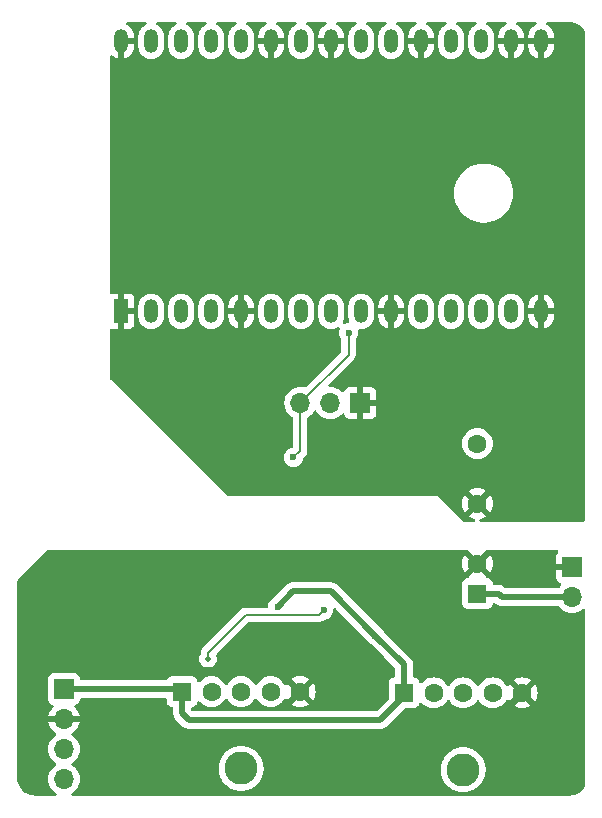
<source format=gbr>
%TF.GenerationSoftware,KiCad,Pcbnew,8.0.8*%
%TF.CreationDate,2025-06-05T09:36:50+02:00*%
%TF.ProjectId,heishamon-lr-pdc,68656973-6861-46d6-9f6e-2d6c722d7064,rev?*%
%TF.SameCoordinates,Original*%
%TF.FileFunction,Copper,L2,Bot*%
%TF.FilePolarity,Positive*%
%FSLAX46Y46*%
G04 Gerber Fmt 4.6, Leading zero omitted, Abs format (unit mm)*
G04 Created by KiCad (PCBNEW 8.0.8) date 2025-06-05 09:36:50*
%MOMM*%
%LPD*%
G01*
G04 APERTURE LIST*
%TA.AperFunction,ComponentPad*%
%ADD10R,1.200000X2.000000*%
%TD*%
%TA.AperFunction,ComponentPad*%
%ADD11O,1.200000X2.000000*%
%TD*%
%TA.AperFunction,ComponentPad*%
%ADD12C,2.800000*%
%TD*%
%TA.AperFunction,ComponentPad*%
%ADD13R,1.600000X1.600000*%
%TD*%
%TA.AperFunction,ComponentPad*%
%ADD14C,1.600000*%
%TD*%
%TA.AperFunction,ComponentPad*%
%ADD15R,1.700000X1.700000*%
%TD*%
%TA.AperFunction,ComponentPad*%
%ADD16O,1.700000X1.700000*%
%TD*%
%TA.AperFunction,ViaPad*%
%ADD17C,0.600000*%
%TD*%
%TA.AperFunction,ViaPad*%
%ADD18C,0.500000*%
%TD*%
%TA.AperFunction,Conductor*%
%ADD19C,0.200000*%
%TD*%
%TA.AperFunction,Conductor*%
%ADD20C,0.500000*%
%TD*%
G04 APERTURE END LIST*
D10*
%TO.P,U3,1,GND*%
%TO.N,GND*%
X23410000Y-38400000D03*
D11*
%TO.P,U3,2,3V3*%
%TO.N,+3V3*%
X25950000Y-38400000D03*
%TO.P,U3,3,3V3*%
X28490000Y-38400000D03*
%TO.P,U3,4,RST*%
%TO.N,unconnected-(U3-RST-Pad4)*%
X31030000Y-38400000D03*
%TO.P,U3,5,GND*%
%TO.N,GND*%
X33570000Y-38400000D03*
%TO.P,U3,6,GPIO4*%
%TO.N,unconnected-(U3-GPIO4-Pad6)*%
X36110000Y-38400000D03*
%TO.P,U3,7,GPIO5*%
%TO.N,unconnected-(U3-GPIO5-Pad7)*%
X38650000Y-38400000D03*
%TO.P,U3,8,GPIO6*%
%TO.N,Net-(U3-GPIO6)*%
X41190000Y-38400000D03*
%TO.P,U3,9,GPIO7*%
%TO.N,Net-(U3-GPIO7)*%
X43730000Y-38400000D03*
%TO.P,U3,10,GND*%
%TO.N,GND*%
X46270000Y-38400000D03*
%TO.P,U3,11,GPIO8/RGB_LED*%
%TO.N,unconnected-(U3-GPIO8{slash}RGB_LED-Pad11)*%
X48810000Y-38400000D03*
%TO.P,U3,12,GPIO9*%
%TO.N,unconnected-(U3-GPIO9-Pad12)*%
X51350000Y-38400000D03*
%TO.P,U3,13,5V*%
%TO.N,5V*%
X53890000Y-38400000D03*
%TO.P,U3,14,5V*%
X56430000Y-38400000D03*
%TO.P,U3,15,GND*%
%TO.N,GND*%
X58970000Y-38400000D03*
%TO.P,U3,16,GND*%
X58970000Y-15540000D03*
%TO.P,U3,17,GND*%
X56430000Y-15540000D03*
%TO.P,U3,18,GPIO19/USBD_+*%
%TO.N,unconnected-(U3-GPIO19{slash}USBD_+-Pad18)*%
X53890000Y-15540000D03*
%TO.P,U3,19,GPIO18/USBD_-*%
%TO.N,unconnected-(U3-GPIO18{slash}USBD_--Pad19)*%
X51350000Y-15540000D03*
%TO.P,U3,20,GND*%
%TO.N,GND*%
X48810000Y-15540000D03*
%TO.P,U3,21,GPIO21/U0TXD*%
%TO.N,unconnected-(U3-GPIO21{slash}U0TXD-Pad21)*%
X46270000Y-15540000D03*
%TO.P,U3,22,GPIO20/U0RXD*%
%TO.N,unconnected-(U3-GPIO20{slash}U0RXD-Pad22)*%
X43730000Y-15540000D03*
%TO.P,U3,23,GND*%
%TO.N,GND*%
X41190000Y-15540000D03*
%TO.P,U3,24,GPIO10*%
%TO.N,unconnected-(U3-GPIO10-Pad24)*%
X38650000Y-15540000D03*
%TO.P,U3,25,GND*%
%TO.N,GND*%
X36110000Y-15540000D03*
%TO.P,U3,26,GPIO3*%
%TO.N,Net-(U3-GPIO3)*%
X33570000Y-15540000D03*
%TO.P,U3,27,GPIO2*%
%TO.N,Net-(U3-GPIO2)*%
X31030000Y-15540000D03*
%TO.P,U3,28,GPIO1*%
%TO.N,unconnected-(U3-GPIO1-Pad28)*%
X28490000Y-15540000D03*
%TO.P,U3,29,GPIO0*%
%TO.N,unconnected-(U3-GPIO0-Pad29)*%
X25950000Y-15540000D03*
%TO.P,U3,30,GND*%
%TO.N,GND*%
X23410000Y-15540000D03*
%TD*%
D12*
%TO.P,CN2,*%
%TO.N,*%
X52350000Y-77200000D03*
D13*
%TO.P,CN2,1,1*%
%TO.N,+5_HP*%
X47350000Y-70700000D03*
D14*
%TO.P,CN2,2,2*%
%TO.N,Net-(CN2-Pad2)*%
X49850000Y-70700000D03*
%TO.P,CN2,3,3*%
%TO.N,Net-(CN2-Pad3)*%
X52350000Y-70700000D03*
%TO.P,CN2,4,4*%
%TO.N,unconnected-(CN2-Pad4)*%
X54850000Y-70700000D03*
%TO.P,CN2,5,5*%
%TO.N,GNDD*%
X57350000Y-70700000D03*
%TD*%
D15*
%TO.P,J2,1,Pin_1*%
%TO.N,GND*%
X43640000Y-46150000D03*
D16*
%TO.P,J2,2,Pin_2*%
%TO.N,ESP_TX*%
X41100000Y-46150000D03*
%TO.P,J2,3,Pin_3*%
%TO.N,ESP_RX*%
X38560000Y-46150000D03*
%TD*%
D15*
%TO.P,J1,1,Pin_1*%
%TO.N,+5_HP*%
X18550000Y-70380000D03*
D16*
%TO.P,J1,2,Pin_2*%
%TO.N,GNDD*%
X18550000Y-72920000D03*
%TO.P,J1,3,Pin_3*%
%TO.N,/TX (HP >)*%
X18550000Y-75460000D03*
%TO.P,J1,4,Pin_4*%
%TO.N,/RX (HP <)*%
X18550000Y-78000000D03*
%TD*%
D13*
%TO.P,U2,1,VIN*%
%TO.N,VCC_IN*%
X53550000Y-62300000D03*
D14*
%TO.P,U2,2,GND*%
%TO.N,GNDD*%
X53550000Y-59760000D03*
%TO.P,U2,4,0V*%
%TO.N,GND*%
X53550000Y-54680000D03*
%TO.P,U2,6,+VO*%
%TO.N,Net-(U2-+VO)*%
X53550000Y-49600000D03*
%TD*%
D15*
%TO.P,J3,1,Pin_1*%
%TO.N,GNDD*%
X61550000Y-60060000D03*
D16*
%TO.P,J3,2,Pin_2*%
%TO.N,VCC_IN*%
X61550000Y-62600000D03*
%TD*%
D12*
%TO.P,CN1,*%
%TO.N,*%
X33550000Y-77100000D03*
D13*
%TO.P,CN1,1,1*%
%TO.N,+5_HP*%
X28550000Y-70600000D03*
D14*
%TO.P,CN1,2,2*%
%TO.N,Net-(CN1-Pad2)*%
X31050000Y-70600000D03*
%TO.P,CN1,3,3*%
%TO.N,Net-(CN1-Pad3)*%
X33550000Y-70600000D03*
%TO.P,CN1,4,4*%
%TO.N,+12_HP*%
X36050000Y-70600000D03*
%TO.P,CN1,5,5*%
%TO.N,GNDD*%
X38550000Y-70600000D03*
%TD*%
D17*
%TO.N,GNDD*%
X33850000Y-66100000D03*
X57250000Y-59800000D03*
X51050000Y-66000000D03*
X33250000Y-62400000D03*
X46450000Y-61800000D03*
X59650000Y-59200000D03*
X20250000Y-74100000D03*
X55850000Y-59800000D03*
%TO.N,+5_HP*%
X44900000Y-65850000D03*
X36650000Y-63400000D03*
%TO.N,GND*%
X43250000Y-48500000D03*
X47150000Y-53100000D03*
X52050000Y-45800000D03*
X36050000Y-50600000D03*
X46650000Y-49300000D03*
X45650000Y-50900000D03*
%TO.N,ESP_RX*%
X42650000Y-40200000D03*
X37975000Y-50775000D03*
D18*
%TO.N,/RX (HP <)*%
X30750000Y-67800000D03*
D17*
X40550000Y-63700000D03*
%TD*%
D19*
%TO.N,/RX (HP <)*%
X30750000Y-67800000D02*
X30750000Y-67300000D01*
X30750000Y-67300000D02*
X33950000Y-64100000D01*
X33950000Y-64100000D02*
X40150000Y-64100000D01*
X40150000Y-64100000D02*
X40550000Y-63700000D01*
D20*
%TO.N,+5_HP*%
X45350000Y-73000000D02*
X47350000Y-71000000D01*
X29150000Y-73000000D02*
X45350000Y-73000000D01*
X28330000Y-70380000D02*
X28550000Y-70600000D01*
X37950000Y-62100000D02*
X36650000Y-63400000D01*
X18550000Y-70380000D02*
X28330000Y-70380000D01*
X28550000Y-72400000D02*
X29150000Y-73000000D01*
X41150000Y-62100000D02*
X37950000Y-62100000D01*
X47350000Y-70700000D02*
X47350000Y-68300000D01*
X44900000Y-65850000D02*
X41150000Y-62100000D01*
X28550000Y-70600000D02*
X28550000Y-72400000D01*
X47350000Y-71000000D02*
X47350000Y-70700000D01*
X47350000Y-68300000D02*
X44900000Y-65850000D01*
D19*
%TO.N,ESP_RX*%
X42650000Y-42060000D02*
X38560000Y-46150000D01*
X38560000Y-50190000D02*
X38560000Y-46150000D01*
X37975000Y-50775000D02*
X38560000Y-50190000D01*
X42650000Y-40200000D02*
X42650000Y-42060000D01*
D20*
%TO.N,VCC_IN*%
X55350000Y-62300000D02*
X53550000Y-62300000D01*
X55650000Y-62600000D02*
X55350000Y-62300000D01*
X61550000Y-62600000D02*
X55650000Y-62600000D01*
%TD*%
%TA.AperFunction,Conductor*%
%TO.N,GND*%
G36*
X25509138Y-13920185D02*
G01*
X25554893Y-13972989D01*
X25564837Y-14042147D01*
X25535812Y-14105703D01*
X25498394Y-14134985D01*
X25373211Y-14198768D01*
X25309575Y-14245003D01*
X25233072Y-14300586D01*
X25233070Y-14300588D01*
X25233069Y-14300588D01*
X25110588Y-14423069D01*
X25110588Y-14423070D01*
X25110586Y-14423072D01*
X25066859Y-14483256D01*
X25008768Y-14563211D01*
X24930128Y-14717552D01*
X24876597Y-14882302D01*
X24866121Y-14948449D01*
X24849500Y-15053389D01*
X24849500Y-16026611D01*
X24876598Y-16197701D01*
X24930127Y-16362445D01*
X25008768Y-16516788D01*
X25110586Y-16656928D01*
X25233072Y-16779414D01*
X25373212Y-16881232D01*
X25527555Y-16959873D01*
X25692299Y-17013402D01*
X25863389Y-17040500D01*
X25863390Y-17040500D01*
X26036610Y-17040500D01*
X26036611Y-17040500D01*
X26207701Y-17013402D01*
X26372445Y-16959873D01*
X26526788Y-16881232D01*
X26666928Y-16779414D01*
X26789414Y-16656928D01*
X26891232Y-16516788D01*
X26969873Y-16362445D01*
X27023402Y-16197701D01*
X27050500Y-16026611D01*
X27050500Y-15053389D01*
X27023402Y-14882299D01*
X26969873Y-14717555D01*
X26891232Y-14563212D01*
X26789414Y-14423072D01*
X26666928Y-14300586D01*
X26526788Y-14198768D01*
X26401606Y-14134985D01*
X26350810Y-14087011D01*
X26334015Y-14019190D01*
X26356552Y-13953055D01*
X26411267Y-13909603D01*
X26457901Y-13900500D01*
X27982099Y-13900500D01*
X28049138Y-13920185D01*
X28094893Y-13972989D01*
X28104837Y-14042147D01*
X28075812Y-14105703D01*
X28038394Y-14134985D01*
X27913211Y-14198768D01*
X27849575Y-14245003D01*
X27773072Y-14300586D01*
X27773070Y-14300588D01*
X27773069Y-14300588D01*
X27650588Y-14423069D01*
X27650588Y-14423070D01*
X27650586Y-14423072D01*
X27606859Y-14483256D01*
X27548768Y-14563211D01*
X27470128Y-14717552D01*
X27416597Y-14882302D01*
X27406121Y-14948449D01*
X27389500Y-15053389D01*
X27389500Y-16026611D01*
X27416598Y-16197701D01*
X27470127Y-16362445D01*
X27548768Y-16516788D01*
X27650586Y-16656928D01*
X27773072Y-16779414D01*
X27913212Y-16881232D01*
X28067555Y-16959873D01*
X28232299Y-17013402D01*
X28403389Y-17040500D01*
X28403390Y-17040500D01*
X28576610Y-17040500D01*
X28576611Y-17040500D01*
X28747701Y-17013402D01*
X28912445Y-16959873D01*
X29066788Y-16881232D01*
X29206928Y-16779414D01*
X29329414Y-16656928D01*
X29431232Y-16516788D01*
X29509873Y-16362445D01*
X29563402Y-16197701D01*
X29590500Y-16026611D01*
X29590500Y-15053389D01*
X29563402Y-14882299D01*
X29509873Y-14717555D01*
X29431232Y-14563212D01*
X29329414Y-14423072D01*
X29206928Y-14300586D01*
X29066788Y-14198768D01*
X28941606Y-14134985D01*
X28890810Y-14087011D01*
X28874015Y-14019190D01*
X28896552Y-13953055D01*
X28951267Y-13909603D01*
X28997901Y-13900500D01*
X30522099Y-13900500D01*
X30589138Y-13920185D01*
X30634893Y-13972989D01*
X30644837Y-14042147D01*
X30615812Y-14105703D01*
X30578394Y-14134985D01*
X30453211Y-14198768D01*
X30389575Y-14245003D01*
X30313072Y-14300586D01*
X30313070Y-14300588D01*
X30313069Y-14300588D01*
X30190588Y-14423069D01*
X30190588Y-14423070D01*
X30190586Y-14423072D01*
X30146859Y-14483256D01*
X30088768Y-14563211D01*
X30010128Y-14717552D01*
X29956597Y-14882302D01*
X29946121Y-14948449D01*
X29929500Y-15053389D01*
X29929500Y-16026611D01*
X29956598Y-16197701D01*
X30010127Y-16362445D01*
X30088768Y-16516788D01*
X30190586Y-16656928D01*
X30313072Y-16779414D01*
X30453212Y-16881232D01*
X30607555Y-16959873D01*
X30772299Y-17013402D01*
X30943389Y-17040500D01*
X30943390Y-17040500D01*
X31116610Y-17040500D01*
X31116611Y-17040500D01*
X31287701Y-17013402D01*
X31452445Y-16959873D01*
X31606788Y-16881232D01*
X31746928Y-16779414D01*
X31869414Y-16656928D01*
X31971232Y-16516788D01*
X32049873Y-16362445D01*
X32103402Y-16197701D01*
X32130500Y-16026611D01*
X32130500Y-15053389D01*
X32103402Y-14882299D01*
X32049873Y-14717555D01*
X31971232Y-14563212D01*
X31869414Y-14423072D01*
X31746928Y-14300586D01*
X31606788Y-14198768D01*
X31481606Y-14134985D01*
X31430810Y-14087011D01*
X31414015Y-14019190D01*
X31436552Y-13953055D01*
X31491267Y-13909603D01*
X31537901Y-13900500D01*
X33062099Y-13900500D01*
X33129138Y-13920185D01*
X33174893Y-13972989D01*
X33184837Y-14042147D01*
X33155812Y-14105703D01*
X33118394Y-14134985D01*
X32993211Y-14198768D01*
X32929575Y-14245003D01*
X32853072Y-14300586D01*
X32853070Y-14300588D01*
X32853069Y-14300588D01*
X32730588Y-14423069D01*
X32730588Y-14423070D01*
X32730586Y-14423072D01*
X32686859Y-14483256D01*
X32628768Y-14563211D01*
X32550128Y-14717552D01*
X32496597Y-14882302D01*
X32486121Y-14948449D01*
X32469500Y-15053389D01*
X32469500Y-16026611D01*
X32496598Y-16197701D01*
X32550127Y-16362445D01*
X32628768Y-16516788D01*
X32730586Y-16656928D01*
X32853072Y-16779414D01*
X32993212Y-16881232D01*
X33147555Y-16959873D01*
X33312299Y-17013402D01*
X33483389Y-17040500D01*
X33483390Y-17040500D01*
X33656610Y-17040500D01*
X33656611Y-17040500D01*
X33827701Y-17013402D01*
X33992445Y-16959873D01*
X34146788Y-16881232D01*
X34286928Y-16779414D01*
X34409414Y-16656928D01*
X34511232Y-16516788D01*
X34589873Y-16362445D01*
X34643402Y-16197701D01*
X34670500Y-16026611D01*
X34670500Y-15053389D01*
X34643402Y-14882299D01*
X34589873Y-14717555D01*
X34511232Y-14563212D01*
X34409414Y-14423072D01*
X34286928Y-14300586D01*
X34146788Y-14198768D01*
X34021606Y-14134985D01*
X33970810Y-14087011D01*
X33954015Y-14019190D01*
X33976552Y-13953055D01*
X34031267Y-13909603D01*
X34077901Y-13900500D01*
X35603200Y-13900500D01*
X35670239Y-13920185D01*
X35715994Y-13972989D01*
X35725938Y-14042147D01*
X35696913Y-14105703D01*
X35659495Y-14134985D01*
X35533475Y-14199195D01*
X35393397Y-14300967D01*
X35270967Y-14423397D01*
X35169195Y-14563475D01*
X35090591Y-14717742D01*
X35037085Y-14882415D01*
X35010000Y-15053428D01*
X35010000Y-15290000D01*
X35794314Y-15290000D01*
X35789920Y-15294394D01*
X35737259Y-15385606D01*
X35710000Y-15487339D01*
X35710000Y-15592661D01*
X35737259Y-15694394D01*
X35789920Y-15785606D01*
X35794314Y-15790000D01*
X35010000Y-15790000D01*
X35010000Y-16026571D01*
X35037085Y-16197584D01*
X35090591Y-16362257D01*
X35169195Y-16516524D01*
X35270967Y-16656602D01*
X35393397Y-16779032D01*
X35533475Y-16880804D01*
X35687744Y-16959408D01*
X35852415Y-17012914D01*
X35852414Y-17012914D01*
X35859999Y-17014115D01*
X35860000Y-17014114D01*
X35860000Y-15855686D01*
X35864394Y-15860080D01*
X35955606Y-15912741D01*
X36057339Y-15940000D01*
X36162661Y-15940000D01*
X36264394Y-15912741D01*
X36355606Y-15860080D01*
X36360000Y-15855686D01*
X36360000Y-17014115D01*
X36367584Y-17012914D01*
X36532255Y-16959408D01*
X36686524Y-16880804D01*
X36826602Y-16779032D01*
X36949032Y-16656602D01*
X37050804Y-16516524D01*
X37129408Y-16362257D01*
X37182914Y-16197584D01*
X37210000Y-16026571D01*
X37210000Y-15790000D01*
X36425686Y-15790000D01*
X36430080Y-15785606D01*
X36482741Y-15694394D01*
X36510000Y-15592661D01*
X36510000Y-15487339D01*
X36482741Y-15385606D01*
X36430080Y-15294394D01*
X36425686Y-15290000D01*
X37210000Y-15290000D01*
X37210000Y-15053428D01*
X37182914Y-14882415D01*
X37129408Y-14717742D01*
X37050804Y-14563475D01*
X36949032Y-14423397D01*
X36826602Y-14300967D01*
X36686524Y-14199195D01*
X36560505Y-14134985D01*
X36509709Y-14087010D01*
X36492914Y-14019189D01*
X36515452Y-13953054D01*
X36570167Y-13909603D01*
X36616800Y-13900500D01*
X38142099Y-13900500D01*
X38209138Y-13920185D01*
X38254893Y-13972989D01*
X38264837Y-14042147D01*
X38235812Y-14105703D01*
X38198394Y-14134985D01*
X38073211Y-14198768D01*
X38009575Y-14245003D01*
X37933072Y-14300586D01*
X37933070Y-14300588D01*
X37933069Y-14300588D01*
X37810588Y-14423069D01*
X37810588Y-14423070D01*
X37810586Y-14423072D01*
X37766859Y-14483256D01*
X37708768Y-14563211D01*
X37630128Y-14717552D01*
X37576597Y-14882302D01*
X37566121Y-14948449D01*
X37549500Y-15053389D01*
X37549500Y-16026611D01*
X37576598Y-16197701D01*
X37630127Y-16362445D01*
X37708768Y-16516788D01*
X37810586Y-16656928D01*
X37933072Y-16779414D01*
X38073212Y-16881232D01*
X38227555Y-16959873D01*
X38392299Y-17013402D01*
X38563389Y-17040500D01*
X38563390Y-17040500D01*
X38736610Y-17040500D01*
X38736611Y-17040500D01*
X38907701Y-17013402D01*
X39072445Y-16959873D01*
X39226788Y-16881232D01*
X39366928Y-16779414D01*
X39489414Y-16656928D01*
X39591232Y-16516788D01*
X39669873Y-16362445D01*
X39723402Y-16197701D01*
X39750500Y-16026611D01*
X39750500Y-15053389D01*
X39723402Y-14882299D01*
X39669873Y-14717555D01*
X39591232Y-14563212D01*
X39489414Y-14423072D01*
X39366928Y-14300586D01*
X39226788Y-14198768D01*
X39101606Y-14134985D01*
X39050810Y-14087011D01*
X39034015Y-14019190D01*
X39056552Y-13953055D01*
X39111267Y-13909603D01*
X39157901Y-13900500D01*
X40683200Y-13900500D01*
X40750239Y-13920185D01*
X40795994Y-13972989D01*
X40805938Y-14042147D01*
X40776913Y-14105703D01*
X40739495Y-14134985D01*
X40613475Y-14199195D01*
X40473397Y-14300967D01*
X40350967Y-14423397D01*
X40249195Y-14563475D01*
X40170591Y-14717742D01*
X40117085Y-14882415D01*
X40090000Y-15053428D01*
X40090000Y-15290000D01*
X40874314Y-15290000D01*
X40869920Y-15294394D01*
X40817259Y-15385606D01*
X40790000Y-15487339D01*
X40790000Y-15592661D01*
X40817259Y-15694394D01*
X40869920Y-15785606D01*
X40874314Y-15790000D01*
X40090000Y-15790000D01*
X40090000Y-16026571D01*
X40117085Y-16197584D01*
X40170591Y-16362257D01*
X40249195Y-16516524D01*
X40350967Y-16656602D01*
X40473397Y-16779032D01*
X40613475Y-16880804D01*
X40767744Y-16959408D01*
X40932415Y-17012914D01*
X40932414Y-17012914D01*
X40939999Y-17014115D01*
X40940000Y-17014114D01*
X40940000Y-15855686D01*
X40944394Y-15860080D01*
X41035606Y-15912741D01*
X41137339Y-15940000D01*
X41242661Y-15940000D01*
X41344394Y-15912741D01*
X41435606Y-15860080D01*
X41440000Y-15855686D01*
X41440000Y-17014115D01*
X41447584Y-17012914D01*
X41612255Y-16959408D01*
X41766524Y-16880804D01*
X41906602Y-16779032D01*
X42029032Y-16656602D01*
X42130804Y-16516524D01*
X42209408Y-16362257D01*
X42262914Y-16197584D01*
X42290000Y-16026571D01*
X42290000Y-15790000D01*
X41505686Y-15790000D01*
X41510080Y-15785606D01*
X41562741Y-15694394D01*
X41590000Y-15592661D01*
X41590000Y-15487339D01*
X41562741Y-15385606D01*
X41510080Y-15294394D01*
X41505686Y-15290000D01*
X42290000Y-15290000D01*
X42290000Y-15053428D01*
X42262914Y-14882415D01*
X42209408Y-14717742D01*
X42130804Y-14563475D01*
X42029032Y-14423397D01*
X41906602Y-14300967D01*
X41766524Y-14199195D01*
X41640505Y-14134985D01*
X41589709Y-14087010D01*
X41572914Y-14019189D01*
X41595452Y-13953054D01*
X41650167Y-13909603D01*
X41696800Y-13900500D01*
X43222099Y-13900500D01*
X43289138Y-13920185D01*
X43334893Y-13972989D01*
X43344837Y-14042147D01*
X43315812Y-14105703D01*
X43278394Y-14134985D01*
X43153211Y-14198768D01*
X43089575Y-14245003D01*
X43013072Y-14300586D01*
X43013070Y-14300588D01*
X43013069Y-14300588D01*
X42890588Y-14423069D01*
X42890588Y-14423070D01*
X42890586Y-14423072D01*
X42846859Y-14483256D01*
X42788768Y-14563211D01*
X42710128Y-14717552D01*
X42656597Y-14882302D01*
X42646121Y-14948449D01*
X42629500Y-15053389D01*
X42629500Y-16026611D01*
X42656598Y-16197701D01*
X42710127Y-16362445D01*
X42788768Y-16516788D01*
X42890586Y-16656928D01*
X43013072Y-16779414D01*
X43153212Y-16881232D01*
X43307555Y-16959873D01*
X43472299Y-17013402D01*
X43643389Y-17040500D01*
X43643390Y-17040500D01*
X43816610Y-17040500D01*
X43816611Y-17040500D01*
X43987701Y-17013402D01*
X44152445Y-16959873D01*
X44306788Y-16881232D01*
X44446928Y-16779414D01*
X44569414Y-16656928D01*
X44671232Y-16516788D01*
X44749873Y-16362445D01*
X44803402Y-16197701D01*
X44830500Y-16026611D01*
X44830500Y-15053389D01*
X44803402Y-14882299D01*
X44749873Y-14717555D01*
X44671232Y-14563212D01*
X44569414Y-14423072D01*
X44446928Y-14300586D01*
X44306788Y-14198768D01*
X44181606Y-14134985D01*
X44130810Y-14087011D01*
X44114015Y-14019190D01*
X44136552Y-13953055D01*
X44191267Y-13909603D01*
X44237901Y-13900500D01*
X45762099Y-13900500D01*
X45829138Y-13920185D01*
X45874893Y-13972989D01*
X45884837Y-14042147D01*
X45855812Y-14105703D01*
X45818394Y-14134985D01*
X45693211Y-14198768D01*
X45629575Y-14245003D01*
X45553072Y-14300586D01*
X45553070Y-14300588D01*
X45553069Y-14300588D01*
X45430588Y-14423069D01*
X45430588Y-14423070D01*
X45430586Y-14423072D01*
X45386859Y-14483256D01*
X45328768Y-14563211D01*
X45250128Y-14717552D01*
X45196597Y-14882302D01*
X45186121Y-14948449D01*
X45169500Y-15053389D01*
X45169500Y-16026611D01*
X45196598Y-16197701D01*
X45250127Y-16362445D01*
X45328768Y-16516788D01*
X45430586Y-16656928D01*
X45553072Y-16779414D01*
X45693212Y-16881232D01*
X45847555Y-16959873D01*
X46012299Y-17013402D01*
X46183389Y-17040500D01*
X46183390Y-17040500D01*
X46356610Y-17040500D01*
X46356611Y-17040500D01*
X46527701Y-17013402D01*
X46692445Y-16959873D01*
X46846788Y-16881232D01*
X46986928Y-16779414D01*
X47109414Y-16656928D01*
X47211232Y-16516788D01*
X47289873Y-16362445D01*
X47343402Y-16197701D01*
X47370500Y-16026611D01*
X47370500Y-15053389D01*
X47343402Y-14882299D01*
X47289873Y-14717555D01*
X47211232Y-14563212D01*
X47109414Y-14423072D01*
X46986928Y-14300586D01*
X46846788Y-14198768D01*
X46721606Y-14134985D01*
X46670810Y-14087011D01*
X46654015Y-14019190D01*
X46676552Y-13953055D01*
X46731267Y-13909603D01*
X46777901Y-13900500D01*
X48303200Y-13900500D01*
X48370239Y-13920185D01*
X48415994Y-13972989D01*
X48425938Y-14042147D01*
X48396913Y-14105703D01*
X48359495Y-14134985D01*
X48233475Y-14199195D01*
X48093397Y-14300967D01*
X47970967Y-14423397D01*
X47869195Y-14563475D01*
X47790591Y-14717742D01*
X47737085Y-14882415D01*
X47710000Y-15053428D01*
X47710000Y-15290000D01*
X48494314Y-15290000D01*
X48489920Y-15294394D01*
X48437259Y-15385606D01*
X48410000Y-15487339D01*
X48410000Y-15592661D01*
X48437259Y-15694394D01*
X48489920Y-15785606D01*
X48494314Y-15790000D01*
X47710000Y-15790000D01*
X47710000Y-16026571D01*
X47737085Y-16197584D01*
X47790591Y-16362257D01*
X47869195Y-16516524D01*
X47970967Y-16656602D01*
X48093397Y-16779032D01*
X48233475Y-16880804D01*
X48387744Y-16959408D01*
X48552415Y-17012914D01*
X48552414Y-17012914D01*
X48559999Y-17014115D01*
X48560000Y-17014114D01*
X48560000Y-15855686D01*
X48564394Y-15860080D01*
X48655606Y-15912741D01*
X48757339Y-15940000D01*
X48862661Y-15940000D01*
X48964394Y-15912741D01*
X49055606Y-15860080D01*
X49060000Y-15855686D01*
X49060000Y-17014115D01*
X49067584Y-17012914D01*
X49232255Y-16959408D01*
X49386524Y-16880804D01*
X49526602Y-16779032D01*
X49649032Y-16656602D01*
X49750804Y-16516524D01*
X49829408Y-16362257D01*
X49882914Y-16197584D01*
X49910000Y-16026571D01*
X49910000Y-15790000D01*
X49125686Y-15790000D01*
X49130080Y-15785606D01*
X49182741Y-15694394D01*
X49210000Y-15592661D01*
X49210000Y-15487339D01*
X49182741Y-15385606D01*
X49130080Y-15294394D01*
X49125686Y-15290000D01*
X49910000Y-15290000D01*
X49910000Y-15053428D01*
X49882914Y-14882415D01*
X49829408Y-14717742D01*
X49750804Y-14563475D01*
X49649032Y-14423397D01*
X49526602Y-14300967D01*
X49386524Y-14199195D01*
X49260505Y-14134985D01*
X49209709Y-14087010D01*
X49192914Y-14019189D01*
X49215452Y-13953054D01*
X49270167Y-13909603D01*
X49316800Y-13900500D01*
X50842099Y-13900500D01*
X50909138Y-13920185D01*
X50954893Y-13972989D01*
X50964837Y-14042147D01*
X50935812Y-14105703D01*
X50898394Y-14134985D01*
X50773211Y-14198768D01*
X50709575Y-14245003D01*
X50633072Y-14300586D01*
X50633070Y-14300588D01*
X50633069Y-14300588D01*
X50510588Y-14423069D01*
X50510588Y-14423070D01*
X50510586Y-14423072D01*
X50466859Y-14483256D01*
X50408768Y-14563211D01*
X50330128Y-14717552D01*
X50276597Y-14882302D01*
X50266121Y-14948449D01*
X50249500Y-15053389D01*
X50249500Y-16026611D01*
X50276598Y-16197701D01*
X50330127Y-16362445D01*
X50408768Y-16516788D01*
X50510586Y-16656928D01*
X50633072Y-16779414D01*
X50773212Y-16881232D01*
X50927555Y-16959873D01*
X51092299Y-17013402D01*
X51263389Y-17040500D01*
X51263390Y-17040500D01*
X51436610Y-17040500D01*
X51436611Y-17040500D01*
X51607701Y-17013402D01*
X51772445Y-16959873D01*
X51926788Y-16881232D01*
X52066928Y-16779414D01*
X52189414Y-16656928D01*
X52291232Y-16516788D01*
X52369873Y-16362445D01*
X52423402Y-16197701D01*
X52450500Y-16026611D01*
X52450500Y-15053389D01*
X52423402Y-14882299D01*
X52369873Y-14717555D01*
X52291232Y-14563212D01*
X52189414Y-14423072D01*
X52066928Y-14300586D01*
X51926788Y-14198768D01*
X51801606Y-14134985D01*
X51750810Y-14087011D01*
X51734015Y-14019190D01*
X51756552Y-13953055D01*
X51811267Y-13909603D01*
X51857901Y-13900500D01*
X53382099Y-13900500D01*
X53449138Y-13920185D01*
X53494893Y-13972989D01*
X53504837Y-14042147D01*
X53475812Y-14105703D01*
X53438394Y-14134985D01*
X53313211Y-14198768D01*
X53249575Y-14245003D01*
X53173072Y-14300586D01*
X53173070Y-14300588D01*
X53173069Y-14300588D01*
X53050588Y-14423069D01*
X53050588Y-14423070D01*
X53050586Y-14423072D01*
X53006859Y-14483256D01*
X52948768Y-14563211D01*
X52870128Y-14717552D01*
X52816597Y-14882302D01*
X52806121Y-14948449D01*
X52789500Y-15053389D01*
X52789500Y-16026611D01*
X52816598Y-16197701D01*
X52870127Y-16362445D01*
X52948768Y-16516788D01*
X53050586Y-16656928D01*
X53173072Y-16779414D01*
X53313212Y-16881232D01*
X53467555Y-16959873D01*
X53632299Y-17013402D01*
X53803389Y-17040500D01*
X53803390Y-17040500D01*
X53976610Y-17040500D01*
X53976611Y-17040500D01*
X54147701Y-17013402D01*
X54312445Y-16959873D01*
X54466788Y-16881232D01*
X54606928Y-16779414D01*
X54729414Y-16656928D01*
X54831232Y-16516788D01*
X54909873Y-16362445D01*
X54963402Y-16197701D01*
X54990500Y-16026611D01*
X54990500Y-15053389D01*
X54963402Y-14882299D01*
X54909873Y-14717555D01*
X54831232Y-14563212D01*
X54729414Y-14423072D01*
X54606928Y-14300586D01*
X54466788Y-14198768D01*
X54341606Y-14134985D01*
X54290810Y-14087011D01*
X54274015Y-14019190D01*
X54296552Y-13953055D01*
X54351267Y-13909603D01*
X54397901Y-13900500D01*
X55923200Y-13900500D01*
X55990239Y-13920185D01*
X56035994Y-13972989D01*
X56045938Y-14042147D01*
X56016913Y-14105703D01*
X55979495Y-14134985D01*
X55853475Y-14199195D01*
X55713397Y-14300967D01*
X55590967Y-14423397D01*
X55489195Y-14563475D01*
X55410591Y-14717742D01*
X55357085Y-14882415D01*
X55330000Y-15053428D01*
X55330000Y-15290000D01*
X56114314Y-15290000D01*
X56109920Y-15294394D01*
X56057259Y-15385606D01*
X56030000Y-15487339D01*
X56030000Y-15592661D01*
X56057259Y-15694394D01*
X56109920Y-15785606D01*
X56114314Y-15790000D01*
X55330000Y-15790000D01*
X55330000Y-16026571D01*
X55357085Y-16197584D01*
X55410591Y-16362257D01*
X55489195Y-16516524D01*
X55590967Y-16656602D01*
X55713397Y-16779032D01*
X55853475Y-16880804D01*
X56007744Y-16959408D01*
X56172415Y-17012914D01*
X56172414Y-17012914D01*
X56179999Y-17014115D01*
X56180000Y-17014114D01*
X56180000Y-15855686D01*
X56184394Y-15860080D01*
X56275606Y-15912741D01*
X56377339Y-15940000D01*
X56482661Y-15940000D01*
X56584394Y-15912741D01*
X56675606Y-15860080D01*
X56680000Y-15855686D01*
X56680000Y-17014115D01*
X56687584Y-17012914D01*
X56852255Y-16959408D01*
X57006524Y-16880804D01*
X57146602Y-16779032D01*
X57269032Y-16656602D01*
X57370804Y-16516524D01*
X57449408Y-16362257D01*
X57502914Y-16197584D01*
X57530000Y-16026571D01*
X57530000Y-15790000D01*
X56745686Y-15790000D01*
X56750080Y-15785606D01*
X56802741Y-15694394D01*
X56830000Y-15592661D01*
X56830000Y-15487339D01*
X56802741Y-15385606D01*
X56750080Y-15294394D01*
X56745686Y-15290000D01*
X57530000Y-15290000D01*
X57530000Y-15053428D01*
X57502914Y-14882415D01*
X57449408Y-14717742D01*
X57370804Y-14563475D01*
X57269032Y-14423397D01*
X57146602Y-14300967D01*
X57006524Y-14199195D01*
X56880505Y-14134985D01*
X56829709Y-14087010D01*
X56812914Y-14019189D01*
X56835452Y-13953054D01*
X56890167Y-13909603D01*
X56936800Y-13900500D01*
X58463200Y-13900500D01*
X58530239Y-13920185D01*
X58575994Y-13972989D01*
X58585938Y-14042147D01*
X58556913Y-14105703D01*
X58519495Y-14134985D01*
X58393475Y-14199195D01*
X58253397Y-14300967D01*
X58130967Y-14423397D01*
X58029195Y-14563475D01*
X57950591Y-14717742D01*
X57897085Y-14882415D01*
X57870000Y-15053428D01*
X57870000Y-15290000D01*
X58654314Y-15290000D01*
X58649920Y-15294394D01*
X58597259Y-15385606D01*
X58570000Y-15487339D01*
X58570000Y-15592661D01*
X58597259Y-15694394D01*
X58649920Y-15785606D01*
X58654314Y-15790000D01*
X57870000Y-15790000D01*
X57870000Y-16026571D01*
X57897085Y-16197584D01*
X57950591Y-16362257D01*
X58029195Y-16516524D01*
X58130967Y-16656602D01*
X58253397Y-16779032D01*
X58393475Y-16880804D01*
X58547744Y-16959408D01*
X58712415Y-17012914D01*
X58712414Y-17012914D01*
X58719999Y-17014115D01*
X58720000Y-17014114D01*
X58720000Y-15855686D01*
X58724394Y-15860080D01*
X58815606Y-15912741D01*
X58917339Y-15940000D01*
X59022661Y-15940000D01*
X59124394Y-15912741D01*
X59215606Y-15860080D01*
X59220000Y-15855686D01*
X59220000Y-17014115D01*
X59227584Y-17012914D01*
X59392255Y-16959408D01*
X59546524Y-16880804D01*
X59686602Y-16779032D01*
X59809032Y-16656602D01*
X59910804Y-16516524D01*
X59989408Y-16362257D01*
X60042914Y-16197584D01*
X60070000Y-16026571D01*
X60070000Y-15790000D01*
X59285686Y-15790000D01*
X59290080Y-15785606D01*
X59342741Y-15694394D01*
X59370000Y-15592661D01*
X59370000Y-15487339D01*
X59342741Y-15385606D01*
X59290080Y-15294394D01*
X59285686Y-15290000D01*
X60070000Y-15290000D01*
X60070000Y-15053428D01*
X60042914Y-14882415D01*
X59989408Y-14717742D01*
X59910804Y-14563475D01*
X59809032Y-14423397D01*
X59686602Y-14300967D01*
X59546524Y-14199195D01*
X59420505Y-14134985D01*
X59369709Y-14087010D01*
X59352914Y-14019189D01*
X59375452Y-13953054D01*
X59430167Y-13909603D01*
X59476800Y-13900500D01*
X61284108Y-13900500D01*
X61345572Y-13900500D01*
X61354418Y-13900816D01*
X61554561Y-13915130D01*
X61572063Y-13917647D01*
X61763797Y-13959355D01*
X61780755Y-13964334D01*
X61927827Y-14019190D01*
X61964609Y-14032909D01*
X61980701Y-14040259D01*
X62152904Y-14134288D01*
X62167784Y-14143849D01*
X62314725Y-14253849D01*
X62324867Y-14261441D01*
X62338237Y-14273027D01*
X62476972Y-14411762D01*
X62488558Y-14425132D01*
X62606146Y-14582210D01*
X62615706Y-14597086D01*
X62634832Y-14632113D01*
X62650000Y-14691538D01*
X62650000Y-56076000D01*
X62630315Y-56143039D01*
X62577511Y-56188794D01*
X62526000Y-56200000D01*
X61450000Y-56200000D01*
X53841973Y-56200000D01*
X53774934Y-56180315D01*
X53729179Y-56127511D01*
X53719235Y-56058353D01*
X53748260Y-55994797D01*
X53807038Y-55957023D01*
X53809880Y-55956225D01*
X53996317Y-55906269D01*
X53996331Y-55906264D01*
X54202478Y-55810136D01*
X54275471Y-55759024D01*
X53638594Y-55122147D01*
X53723698Y-55099344D01*
X53826314Y-55040099D01*
X53910099Y-54956314D01*
X53969344Y-54853698D01*
X53992147Y-54768594D01*
X54629024Y-55405471D01*
X54680136Y-55332478D01*
X54776264Y-55126331D01*
X54776269Y-55126317D01*
X54835139Y-54906610D01*
X54835141Y-54906599D01*
X54854966Y-54680002D01*
X54854966Y-54679997D01*
X54835141Y-54453400D01*
X54835139Y-54453389D01*
X54776269Y-54233682D01*
X54776264Y-54233668D01*
X54680136Y-54027521D01*
X54680132Y-54027513D01*
X54629025Y-53954526D01*
X53992147Y-54591404D01*
X53969344Y-54506302D01*
X53910099Y-54403686D01*
X53826314Y-54319901D01*
X53723698Y-54260656D01*
X53638593Y-54237851D01*
X54275472Y-53600974D01*
X54202478Y-53549863D01*
X53996331Y-53453735D01*
X53996317Y-53453730D01*
X53776610Y-53394860D01*
X53776599Y-53394858D01*
X53550002Y-53375034D01*
X53549998Y-53375034D01*
X53323400Y-53394858D01*
X53323389Y-53394860D01*
X53103682Y-53453730D01*
X53103673Y-53453734D01*
X52897516Y-53549866D01*
X52897512Y-53549868D01*
X52824526Y-53600973D01*
X52824526Y-53600974D01*
X53461405Y-54237852D01*
X53376302Y-54260656D01*
X53273686Y-54319901D01*
X53189901Y-54403686D01*
X53130656Y-54506302D01*
X53107852Y-54591405D01*
X52470974Y-53954526D01*
X52470973Y-53954526D01*
X52419868Y-54027512D01*
X52419866Y-54027516D01*
X52323734Y-54233673D01*
X52323730Y-54233682D01*
X52264860Y-54453389D01*
X52264858Y-54453400D01*
X52245034Y-54679997D01*
X52245034Y-54680002D01*
X52264858Y-54906599D01*
X52264860Y-54906610D01*
X52323730Y-55126317D01*
X52323735Y-55126331D01*
X52419863Y-55332478D01*
X52470974Y-55405472D01*
X53107852Y-54768593D01*
X53130656Y-54853698D01*
X53189901Y-54956314D01*
X53273686Y-55040099D01*
X53376302Y-55099344D01*
X53461405Y-55122147D01*
X52824526Y-55759025D01*
X52897513Y-55810132D01*
X52897521Y-55810136D01*
X53103668Y-55906264D01*
X53103682Y-55906269D01*
X53290120Y-55956225D01*
X53349781Y-55992590D01*
X53380310Y-56055437D01*
X53372015Y-56124813D01*
X53327530Y-56178690D01*
X53260978Y-56199965D01*
X53258027Y-56200000D01*
X52401362Y-56200000D01*
X52334323Y-56180315D01*
X52313681Y-56163681D01*
X50150000Y-54000000D01*
X32401362Y-54000000D01*
X32334323Y-53980315D01*
X32313681Y-53963681D01*
X29124996Y-50774996D01*
X37169435Y-50774996D01*
X37169435Y-50775003D01*
X37189630Y-50954249D01*
X37189631Y-50954254D01*
X37249211Y-51124523D01*
X37345184Y-51277262D01*
X37472738Y-51404816D01*
X37625478Y-51500789D01*
X37795745Y-51560368D01*
X37795750Y-51560369D01*
X37974996Y-51580565D01*
X37975000Y-51580565D01*
X37975004Y-51580565D01*
X38154249Y-51560369D01*
X38154252Y-51560368D01*
X38154255Y-51560368D01*
X38324522Y-51500789D01*
X38477262Y-51404816D01*
X38604816Y-51277262D01*
X38700789Y-51124522D01*
X38760368Y-50954255D01*
X38770161Y-50867329D01*
X38797226Y-50802918D01*
X38805690Y-50793543D01*
X38918506Y-50680728D01*
X38918511Y-50680724D01*
X38928714Y-50670520D01*
X38928716Y-50670520D01*
X39040520Y-50558716D01*
X39107713Y-50442333D01*
X39119577Y-50421785D01*
X39160501Y-50269057D01*
X39160501Y-50110943D01*
X39160501Y-50103348D01*
X39160500Y-50103330D01*
X39160500Y-49599998D01*
X52244532Y-49599998D01*
X52244532Y-49600001D01*
X52264364Y-49826686D01*
X52264366Y-49826697D01*
X52323258Y-50046488D01*
X52323261Y-50046497D01*
X52419431Y-50252732D01*
X52419432Y-50252734D01*
X52549954Y-50439141D01*
X52710858Y-50600045D01*
X52710861Y-50600047D01*
X52897266Y-50730568D01*
X53103504Y-50826739D01*
X53323308Y-50885635D01*
X53481786Y-50899500D01*
X53549998Y-50905468D01*
X53550000Y-50905468D01*
X53550002Y-50905468D01*
X53618214Y-50899500D01*
X53776692Y-50885635D01*
X53996496Y-50826739D01*
X54202734Y-50730568D01*
X54389139Y-50600047D01*
X54550047Y-50439139D01*
X54680568Y-50252734D01*
X54776739Y-50046496D01*
X54835635Y-49826692D01*
X54855468Y-49600000D01*
X54835635Y-49373308D01*
X54776739Y-49153504D01*
X54680568Y-48947266D01*
X54550047Y-48760861D01*
X54550045Y-48760858D01*
X54389141Y-48599954D01*
X54202734Y-48469432D01*
X54202732Y-48469431D01*
X53996497Y-48373261D01*
X53996488Y-48373258D01*
X53776697Y-48314366D01*
X53776693Y-48314365D01*
X53776692Y-48314365D01*
X53776691Y-48314364D01*
X53776686Y-48314364D01*
X53550002Y-48294532D01*
X53549998Y-48294532D01*
X53323313Y-48314364D01*
X53323302Y-48314366D01*
X53103511Y-48373258D01*
X53103502Y-48373261D01*
X52897267Y-48469431D01*
X52897265Y-48469432D01*
X52710858Y-48599954D01*
X52549954Y-48760858D01*
X52419432Y-48947265D01*
X52419431Y-48947267D01*
X52323261Y-49153502D01*
X52323258Y-49153511D01*
X52264366Y-49373302D01*
X52264364Y-49373313D01*
X52244532Y-49599998D01*
X39160500Y-49599998D01*
X39160500Y-47439090D01*
X39180185Y-47372051D01*
X39232101Y-47326706D01*
X39237830Y-47324035D01*
X39431401Y-47188495D01*
X39598495Y-47021401D01*
X39728425Y-46835842D01*
X39783002Y-46792217D01*
X39852500Y-46785023D01*
X39914855Y-46816546D01*
X39931575Y-46835842D01*
X40061500Y-47021395D01*
X40061505Y-47021401D01*
X40228599Y-47188495D01*
X40305135Y-47242086D01*
X40422165Y-47324032D01*
X40422167Y-47324033D01*
X40422170Y-47324035D01*
X40636337Y-47423903D01*
X40864592Y-47485063D01*
X41035319Y-47500000D01*
X41099999Y-47505659D01*
X41100000Y-47505659D01*
X41100001Y-47505659D01*
X41164681Y-47500000D01*
X41335408Y-47485063D01*
X41563663Y-47423903D01*
X41777830Y-47324035D01*
X41971401Y-47188495D01*
X42093717Y-47066178D01*
X42155036Y-47032696D01*
X42224728Y-47037680D01*
X42280662Y-47079551D01*
X42297577Y-47110528D01*
X42346646Y-47242088D01*
X42346649Y-47242093D01*
X42432809Y-47357187D01*
X42432812Y-47357190D01*
X42547906Y-47443350D01*
X42547913Y-47443354D01*
X42682620Y-47493596D01*
X42682627Y-47493598D01*
X42742155Y-47499999D01*
X42742172Y-47500000D01*
X43390000Y-47500000D01*
X43390000Y-46583012D01*
X43447007Y-46615925D01*
X43574174Y-46650000D01*
X43705826Y-46650000D01*
X43832993Y-46615925D01*
X43890000Y-46583012D01*
X43890000Y-47500000D01*
X44537828Y-47500000D01*
X44537844Y-47499999D01*
X44597372Y-47493598D01*
X44597379Y-47493596D01*
X44732086Y-47443354D01*
X44732093Y-47443350D01*
X44847187Y-47357190D01*
X44847190Y-47357187D01*
X44933350Y-47242093D01*
X44933354Y-47242086D01*
X44983596Y-47107379D01*
X44983598Y-47107372D01*
X44989999Y-47047844D01*
X44990000Y-47047827D01*
X44990000Y-46400000D01*
X44073012Y-46400000D01*
X44105925Y-46342993D01*
X44140000Y-46215826D01*
X44140000Y-46084174D01*
X44105925Y-45957007D01*
X44073012Y-45900000D01*
X44990000Y-45900000D01*
X44990000Y-45252172D01*
X44989999Y-45252155D01*
X44983598Y-45192627D01*
X44983596Y-45192620D01*
X44933354Y-45057913D01*
X44933350Y-45057906D01*
X44847190Y-44942812D01*
X44847187Y-44942809D01*
X44732093Y-44856649D01*
X44732086Y-44856645D01*
X44597379Y-44806403D01*
X44597372Y-44806401D01*
X44537844Y-44800000D01*
X43890000Y-44800000D01*
X43890000Y-45716988D01*
X43832993Y-45684075D01*
X43705826Y-45650000D01*
X43574174Y-45650000D01*
X43447007Y-45684075D01*
X43390000Y-45716988D01*
X43390000Y-44800000D01*
X42742155Y-44800000D01*
X42682627Y-44806401D01*
X42682620Y-44806403D01*
X42547913Y-44856645D01*
X42547906Y-44856649D01*
X42432812Y-44942809D01*
X42432809Y-44942812D01*
X42346649Y-45057906D01*
X42346645Y-45057913D01*
X42297578Y-45189470D01*
X42255707Y-45245404D01*
X42190242Y-45269821D01*
X42121969Y-45254969D01*
X42093715Y-45233819D01*
X42049366Y-45189470D01*
X41971401Y-45111505D01*
X41971397Y-45111502D01*
X41971396Y-45111501D01*
X41777834Y-44975967D01*
X41777830Y-44975965D01*
X41706727Y-44942809D01*
X41563663Y-44876097D01*
X41563659Y-44876096D01*
X41563655Y-44876094D01*
X41335413Y-44814938D01*
X41335403Y-44814936D01*
X41100001Y-44794341D01*
X41099998Y-44794341D01*
X41072153Y-44796777D01*
X41003653Y-44783010D01*
X40953470Y-44734395D01*
X40937537Y-44666366D01*
X40960913Y-44600523D01*
X40973659Y-44585574D01*
X43008506Y-42550728D01*
X43008511Y-42550724D01*
X43018714Y-42540520D01*
X43018716Y-42540520D01*
X43130520Y-42428716D01*
X43209577Y-42291784D01*
X43250500Y-42139057D01*
X43250500Y-40782412D01*
X43270185Y-40715373D01*
X43277555Y-40705097D01*
X43279810Y-40702267D01*
X43279816Y-40702262D01*
X43375789Y-40549522D01*
X43435368Y-40379255D01*
X43455565Y-40200000D01*
X43436028Y-40026602D01*
X43448082Y-39957780D01*
X43495431Y-39906400D01*
X43563042Y-39888776D01*
X43578633Y-39890243D01*
X43643389Y-39900500D01*
X43643391Y-39900500D01*
X43816610Y-39900500D01*
X43816611Y-39900500D01*
X43987701Y-39873402D01*
X44152445Y-39819873D01*
X44306788Y-39741232D01*
X44446928Y-39639414D01*
X44569414Y-39516928D01*
X44671232Y-39376788D01*
X44749873Y-39222445D01*
X44803402Y-39057701D01*
X44830500Y-38886611D01*
X44830500Y-37913428D01*
X45170000Y-37913428D01*
X45170000Y-38150000D01*
X45954314Y-38150000D01*
X45949920Y-38154394D01*
X45897259Y-38245606D01*
X45870000Y-38347339D01*
X45870000Y-38452661D01*
X45897259Y-38554394D01*
X45949920Y-38645606D01*
X45954314Y-38650000D01*
X45170000Y-38650000D01*
X45170000Y-38886571D01*
X45197085Y-39057584D01*
X45250591Y-39222257D01*
X45329195Y-39376524D01*
X45430967Y-39516602D01*
X45553397Y-39639032D01*
X45693475Y-39740804D01*
X45847744Y-39819408D01*
X46012415Y-39872914D01*
X46012414Y-39872914D01*
X46019999Y-39874115D01*
X46020000Y-39874114D01*
X46020000Y-38715686D01*
X46024394Y-38720080D01*
X46115606Y-38772741D01*
X46217339Y-38800000D01*
X46322661Y-38800000D01*
X46424394Y-38772741D01*
X46515606Y-38720080D01*
X46520000Y-38715686D01*
X46520000Y-39874115D01*
X46527584Y-39872914D01*
X46692255Y-39819408D01*
X46846524Y-39740804D01*
X46986602Y-39639032D01*
X47109032Y-39516602D01*
X47210804Y-39376524D01*
X47289408Y-39222257D01*
X47342914Y-39057584D01*
X47370000Y-38886571D01*
X47370000Y-38650000D01*
X46585686Y-38650000D01*
X46590080Y-38645606D01*
X46642741Y-38554394D01*
X46670000Y-38452661D01*
X46670000Y-38347339D01*
X46642741Y-38245606D01*
X46590080Y-38154394D01*
X46585686Y-38150000D01*
X47370000Y-38150000D01*
X47370000Y-37913428D01*
X47369994Y-37913389D01*
X47709500Y-37913389D01*
X47709500Y-38886611D01*
X47736598Y-39057701D01*
X47790127Y-39222445D01*
X47868768Y-39376788D01*
X47970586Y-39516928D01*
X48093072Y-39639414D01*
X48233212Y-39741232D01*
X48387555Y-39819873D01*
X48552299Y-39873402D01*
X48723389Y-39900500D01*
X48723390Y-39900500D01*
X48896610Y-39900500D01*
X48896611Y-39900500D01*
X49067701Y-39873402D01*
X49232445Y-39819873D01*
X49386788Y-39741232D01*
X49526928Y-39639414D01*
X49649414Y-39516928D01*
X49751232Y-39376788D01*
X49829873Y-39222445D01*
X49883402Y-39057701D01*
X49910500Y-38886611D01*
X49910500Y-37913389D01*
X50249500Y-37913389D01*
X50249500Y-38886611D01*
X50276598Y-39057701D01*
X50330127Y-39222445D01*
X50408768Y-39376788D01*
X50510586Y-39516928D01*
X50633072Y-39639414D01*
X50773212Y-39741232D01*
X50927555Y-39819873D01*
X51092299Y-39873402D01*
X51263389Y-39900500D01*
X51263390Y-39900500D01*
X51436610Y-39900500D01*
X51436611Y-39900500D01*
X51607701Y-39873402D01*
X51772445Y-39819873D01*
X51926788Y-39741232D01*
X52066928Y-39639414D01*
X52189414Y-39516928D01*
X52291232Y-39376788D01*
X52369873Y-39222445D01*
X52423402Y-39057701D01*
X52450500Y-38886611D01*
X52450500Y-37913389D01*
X52789500Y-37913389D01*
X52789500Y-38886611D01*
X52816598Y-39057701D01*
X52870127Y-39222445D01*
X52948768Y-39376788D01*
X53050586Y-39516928D01*
X53173072Y-39639414D01*
X53313212Y-39741232D01*
X53467555Y-39819873D01*
X53632299Y-39873402D01*
X53803389Y-39900500D01*
X53803390Y-39900500D01*
X53976610Y-39900500D01*
X53976611Y-39900500D01*
X54147701Y-39873402D01*
X54312445Y-39819873D01*
X54466788Y-39741232D01*
X54606928Y-39639414D01*
X54729414Y-39516928D01*
X54831232Y-39376788D01*
X54909873Y-39222445D01*
X54963402Y-39057701D01*
X54990500Y-38886611D01*
X54990500Y-37913389D01*
X55329500Y-37913389D01*
X55329500Y-38886611D01*
X55356598Y-39057701D01*
X55410127Y-39222445D01*
X55488768Y-39376788D01*
X55590586Y-39516928D01*
X55713072Y-39639414D01*
X55853212Y-39741232D01*
X56007555Y-39819873D01*
X56172299Y-39873402D01*
X56343389Y-39900500D01*
X56343390Y-39900500D01*
X56516610Y-39900500D01*
X56516611Y-39900500D01*
X56687701Y-39873402D01*
X56852445Y-39819873D01*
X57006788Y-39741232D01*
X57146928Y-39639414D01*
X57269414Y-39516928D01*
X57371232Y-39376788D01*
X57449873Y-39222445D01*
X57503402Y-39057701D01*
X57530500Y-38886611D01*
X57530500Y-37913428D01*
X57870000Y-37913428D01*
X57870000Y-38150000D01*
X58654314Y-38150000D01*
X58649920Y-38154394D01*
X58597259Y-38245606D01*
X58570000Y-38347339D01*
X58570000Y-38452661D01*
X58597259Y-38554394D01*
X58649920Y-38645606D01*
X58654314Y-38650000D01*
X57870000Y-38650000D01*
X57870000Y-38886571D01*
X57897085Y-39057584D01*
X57950591Y-39222257D01*
X58029195Y-39376524D01*
X58130967Y-39516602D01*
X58253397Y-39639032D01*
X58393475Y-39740804D01*
X58547744Y-39819408D01*
X58712415Y-39872914D01*
X58712414Y-39872914D01*
X58719999Y-39874115D01*
X58720000Y-39874114D01*
X58720000Y-38715686D01*
X58724394Y-38720080D01*
X58815606Y-38772741D01*
X58917339Y-38800000D01*
X59022661Y-38800000D01*
X59124394Y-38772741D01*
X59215606Y-38720080D01*
X59220000Y-38715686D01*
X59220000Y-39874115D01*
X59227584Y-39872914D01*
X59392255Y-39819408D01*
X59546524Y-39740804D01*
X59686602Y-39639032D01*
X59809032Y-39516602D01*
X59910804Y-39376524D01*
X59989408Y-39222257D01*
X60042914Y-39057584D01*
X60070000Y-38886571D01*
X60070000Y-38650000D01*
X59285686Y-38650000D01*
X59290080Y-38645606D01*
X59342741Y-38554394D01*
X59370000Y-38452661D01*
X59370000Y-38347339D01*
X59342741Y-38245606D01*
X59290080Y-38154394D01*
X59285686Y-38150000D01*
X60070000Y-38150000D01*
X60070000Y-37913428D01*
X60042914Y-37742415D01*
X59989408Y-37577742D01*
X59910804Y-37423475D01*
X59809032Y-37283397D01*
X59686602Y-37160967D01*
X59546524Y-37059195D01*
X59392257Y-36980591D01*
X59227589Y-36927087D01*
X59227581Y-36927085D01*
X59220000Y-36925884D01*
X59220000Y-38084314D01*
X59215606Y-38079920D01*
X59124394Y-38027259D01*
X59022661Y-38000000D01*
X58917339Y-38000000D01*
X58815606Y-38027259D01*
X58724394Y-38079920D01*
X58720000Y-38084314D01*
X58720000Y-36925884D01*
X58719999Y-36925884D01*
X58712418Y-36927085D01*
X58712410Y-36927087D01*
X58547742Y-36980591D01*
X58393475Y-37059195D01*
X58253397Y-37160967D01*
X58130967Y-37283397D01*
X58029195Y-37423475D01*
X57950591Y-37577742D01*
X57897085Y-37742415D01*
X57870000Y-37913428D01*
X57530500Y-37913428D01*
X57530500Y-37913389D01*
X57503402Y-37742299D01*
X57449873Y-37577555D01*
X57371232Y-37423212D01*
X57269414Y-37283072D01*
X57146928Y-37160586D01*
X57006788Y-37058768D01*
X56852445Y-36980127D01*
X56687701Y-36926598D01*
X56687699Y-36926597D01*
X56687698Y-36926597D01*
X56556271Y-36905781D01*
X56516611Y-36899500D01*
X56343389Y-36899500D01*
X56303728Y-36905781D01*
X56172302Y-36926597D01*
X56007552Y-36980128D01*
X55853211Y-37058768D01*
X55773256Y-37116859D01*
X55713072Y-37160586D01*
X55713070Y-37160588D01*
X55713069Y-37160588D01*
X55590588Y-37283069D01*
X55590588Y-37283070D01*
X55590586Y-37283072D01*
X55590350Y-37283397D01*
X55488768Y-37423211D01*
X55410128Y-37577552D01*
X55356597Y-37742302D01*
X55329500Y-37913389D01*
X54990500Y-37913389D01*
X54963402Y-37742299D01*
X54909873Y-37577555D01*
X54831232Y-37423212D01*
X54729414Y-37283072D01*
X54606928Y-37160586D01*
X54466788Y-37058768D01*
X54312445Y-36980127D01*
X54147701Y-36926598D01*
X54147699Y-36926597D01*
X54147698Y-36926597D01*
X54016271Y-36905781D01*
X53976611Y-36899500D01*
X53803389Y-36899500D01*
X53763728Y-36905781D01*
X53632302Y-36926597D01*
X53467552Y-36980128D01*
X53313211Y-37058768D01*
X53233256Y-37116859D01*
X53173072Y-37160586D01*
X53173070Y-37160588D01*
X53173069Y-37160588D01*
X53050588Y-37283069D01*
X53050588Y-37283070D01*
X53050586Y-37283072D01*
X53050350Y-37283397D01*
X52948768Y-37423211D01*
X52870128Y-37577552D01*
X52816597Y-37742302D01*
X52789500Y-37913389D01*
X52450500Y-37913389D01*
X52423402Y-37742299D01*
X52369873Y-37577555D01*
X52291232Y-37423212D01*
X52189414Y-37283072D01*
X52066928Y-37160586D01*
X51926788Y-37058768D01*
X51772445Y-36980127D01*
X51607701Y-36926598D01*
X51607699Y-36926597D01*
X51607698Y-36926597D01*
X51476271Y-36905781D01*
X51436611Y-36899500D01*
X51263389Y-36899500D01*
X51223728Y-36905781D01*
X51092302Y-36926597D01*
X50927552Y-36980128D01*
X50773211Y-37058768D01*
X50693256Y-37116859D01*
X50633072Y-37160586D01*
X50633070Y-37160588D01*
X50633069Y-37160588D01*
X50510588Y-37283069D01*
X50510588Y-37283070D01*
X50510586Y-37283072D01*
X50510350Y-37283397D01*
X50408768Y-37423211D01*
X50330128Y-37577552D01*
X50276597Y-37742302D01*
X50249500Y-37913389D01*
X49910500Y-37913389D01*
X49883402Y-37742299D01*
X49829873Y-37577555D01*
X49751232Y-37423212D01*
X49649414Y-37283072D01*
X49526928Y-37160586D01*
X49386788Y-37058768D01*
X49232445Y-36980127D01*
X49067701Y-36926598D01*
X49067699Y-36926597D01*
X49067698Y-36926597D01*
X48936271Y-36905781D01*
X48896611Y-36899500D01*
X48723389Y-36899500D01*
X48683728Y-36905781D01*
X48552302Y-36926597D01*
X48387552Y-36980128D01*
X48233211Y-37058768D01*
X48153256Y-37116859D01*
X48093072Y-37160586D01*
X48093070Y-37160588D01*
X48093069Y-37160588D01*
X47970588Y-37283069D01*
X47970588Y-37283070D01*
X47970586Y-37283072D01*
X47970350Y-37283397D01*
X47868768Y-37423211D01*
X47790128Y-37577552D01*
X47736597Y-37742302D01*
X47709500Y-37913389D01*
X47369994Y-37913389D01*
X47342914Y-37742415D01*
X47289408Y-37577742D01*
X47210804Y-37423475D01*
X47109032Y-37283397D01*
X46986602Y-37160967D01*
X46846524Y-37059195D01*
X46692257Y-36980591D01*
X46527589Y-36927087D01*
X46527581Y-36927085D01*
X46520000Y-36925884D01*
X46520000Y-38084314D01*
X46515606Y-38079920D01*
X46424394Y-38027259D01*
X46322661Y-38000000D01*
X46217339Y-38000000D01*
X46115606Y-38027259D01*
X46024394Y-38079920D01*
X46020000Y-38084314D01*
X46020000Y-36925884D01*
X46019999Y-36925884D01*
X46012418Y-36927085D01*
X46012410Y-36927087D01*
X45847742Y-36980591D01*
X45693475Y-37059195D01*
X45553397Y-37160967D01*
X45430967Y-37283397D01*
X45329195Y-37423475D01*
X45250591Y-37577742D01*
X45197085Y-37742415D01*
X45170000Y-37913428D01*
X44830500Y-37913428D01*
X44830500Y-37913389D01*
X44803402Y-37742299D01*
X44749873Y-37577555D01*
X44671232Y-37423212D01*
X44569414Y-37283072D01*
X44446928Y-37160586D01*
X44306788Y-37058768D01*
X44152445Y-36980127D01*
X43987701Y-36926598D01*
X43987699Y-36926597D01*
X43987698Y-36926597D01*
X43856271Y-36905781D01*
X43816611Y-36899500D01*
X43643389Y-36899500D01*
X43603728Y-36905781D01*
X43472302Y-36926597D01*
X43307552Y-36980128D01*
X43153211Y-37058768D01*
X43073256Y-37116859D01*
X43013072Y-37160586D01*
X43013070Y-37160588D01*
X43013069Y-37160588D01*
X42890588Y-37283069D01*
X42890588Y-37283070D01*
X42890586Y-37283072D01*
X42890350Y-37283397D01*
X42788768Y-37423211D01*
X42710128Y-37577552D01*
X42656597Y-37742302D01*
X42629500Y-37913389D01*
X42629500Y-38886610D01*
X42656597Y-39057697D01*
X42710129Y-39222452D01*
X42711994Y-39226954D01*
X42710092Y-39227741D01*
X42721371Y-39287934D01*
X42695068Y-39352664D01*
X42637945Y-39392897D01*
X42611879Y-39398729D01*
X42470749Y-39414630D01*
X42470742Y-39414632D01*
X42325879Y-39465322D01*
X42256100Y-39468883D01*
X42195473Y-39434154D01*
X42163246Y-39372161D01*
X42169651Y-39302585D01*
X42174441Y-39291984D01*
X42209871Y-39222449D01*
X42209872Y-39222447D01*
X42209873Y-39222445D01*
X42263402Y-39057701D01*
X42290500Y-38886611D01*
X42290500Y-37913389D01*
X42263402Y-37742299D01*
X42209873Y-37577555D01*
X42131232Y-37423212D01*
X42029414Y-37283072D01*
X41906928Y-37160586D01*
X41766788Y-37058768D01*
X41612445Y-36980127D01*
X41447701Y-36926598D01*
X41447699Y-36926597D01*
X41447698Y-36926597D01*
X41316271Y-36905781D01*
X41276611Y-36899500D01*
X41103389Y-36899500D01*
X41063728Y-36905781D01*
X40932302Y-36926597D01*
X40767552Y-36980128D01*
X40613211Y-37058768D01*
X40533256Y-37116859D01*
X40473072Y-37160586D01*
X40473070Y-37160588D01*
X40473069Y-37160588D01*
X40350588Y-37283069D01*
X40350588Y-37283070D01*
X40350586Y-37283072D01*
X40350350Y-37283397D01*
X40248768Y-37423211D01*
X40170128Y-37577552D01*
X40116597Y-37742302D01*
X40089500Y-37913389D01*
X40089500Y-38886611D01*
X40116598Y-39057701D01*
X40170127Y-39222445D01*
X40248768Y-39376788D01*
X40350586Y-39516928D01*
X40473072Y-39639414D01*
X40613212Y-39741232D01*
X40767555Y-39819873D01*
X40932299Y-39873402D01*
X41103389Y-39900500D01*
X41103390Y-39900500D01*
X41276610Y-39900500D01*
X41276611Y-39900500D01*
X41447701Y-39873402D01*
X41612445Y-39819873D01*
X41729456Y-39760253D01*
X41798122Y-39747358D01*
X41862862Y-39773634D01*
X41903120Y-39830740D01*
X41906112Y-39900546D01*
X41902790Y-39911693D01*
X41864632Y-40020742D01*
X41864630Y-40020750D01*
X41844435Y-40199996D01*
X41844435Y-40200003D01*
X41864630Y-40379249D01*
X41864631Y-40379254D01*
X41924211Y-40549523D01*
X42020185Y-40702263D01*
X42022445Y-40705097D01*
X42023334Y-40707275D01*
X42023889Y-40708158D01*
X42023734Y-40708255D01*
X42048855Y-40769783D01*
X42049500Y-40782412D01*
X42049500Y-41759902D01*
X42029815Y-41826941D01*
X42013181Y-41847583D01*
X39043530Y-44817233D01*
X38982207Y-44850718D01*
X38923756Y-44849327D01*
X38795413Y-44814938D01*
X38795403Y-44814936D01*
X38560001Y-44794341D01*
X38559999Y-44794341D01*
X38324596Y-44814936D01*
X38324586Y-44814938D01*
X38096344Y-44876094D01*
X38096335Y-44876098D01*
X37882171Y-44975964D01*
X37882169Y-44975965D01*
X37688597Y-45111505D01*
X37521505Y-45278597D01*
X37385965Y-45472169D01*
X37385964Y-45472171D01*
X37286098Y-45686335D01*
X37286094Y-45686344D01*
X37224938Y-45914586D01*
X37224936Y-45914596D01*
X37204341Y-46149999D01*
X37204341Y-46150000D01*
X37224936Y-46385403D01*
X37224938Y-46385413D01*
X37286094Y-46613655D01*
X37286096Y-46613659D01*
X37286097Y-46613663D01*
X37366004Y-46785023D01*
X37385965Y-46827830D01*
X37385967Y-46827834D01*
X37494281Y-46982521D01*
X37521505Y-47021401D01*
X37688599Y-47188495D01*
X37765135Y-47242086D01*
X37882165Y-47324032D01*
X37882167Y-47324033D01*
X37882170Y-47324035D01*
X37887898Y-47326706D01*
X37940339Y-47372872D01*
X37959500Y-47439090D01*
X37959500Y-49860367D01*
X37939815Y-49927406D01*
X37887011Y-49973161D01*
X37849385Y-49983587D01*
X37795750Y-49989630D01*
X37625478Y-50049210D01*
X37472737Y-50145184D01*
X37345184Y-50272737D01*
X37249211Y-50425476D01*
X37189631Y-50595745D01*
X37189630Y-50595750D01*
X37169435Y-50774996D01*
X29124996Y-50774996D01*
X22486319Y-44136319D01*
X22452834Y-44074996D01*
X22450000Y-44048638D01*
X22450000Y-39977968D01*
X22469685Y-39910929D01*
X22522489Y-39865174D01*
X22591647Y-39855230D01*
X22617334Y-39861786D01*
X22702623Y-39893597D01*
X22702627Y-39893598D01*
X22762155Y-39899999D01*
X22762172Y-39900000D01*
X23160000Y-39900000D01*
X23160000Y-38715686D01*
X23164394Y-38720080D01*
X23255606Y-38772741D01*
X23357339Y-38800000D01*
X23462661Y-38800000D01*
X23564394Y-38772741D01*
X23655606Y-38720080D01*
X23660000Y-38715686D01*
X23660000Y-39900000D01*
X24057828Y-39900000D01*
X24057844Y-39899999D01*
X24117372Y-39893598D01*
X24117379Y-39893596D01*
X24252086Y-39843354D01*
X24252093Y-39843350D01*
X24367187Y-39757190D01*
X24367190Y-39757187D01*
X24453350Y-39642093D01*
X24453354Y-39642086D01*
X24503596Y-39507379D01*
X24503598Y-39507372D01*
X24509999Y-39447844D01*
X24510000Y-39447827D01*
X24510000Y-38650000D01*
X23725686Y-38650000D01*
X23730080Y-38645606D01*
X23782741Y-38554394D01*
X23810000Y-38452661D01*
X23810000Y-38347339D01*
X23782741Y-38245606D01*
X23730080Y-38154394D01*
X23725686Y-38150000D01*
X24510000Y-38150000D01*
X24510000Y-37913389D01*
X24849500Y-37913389D01*
X24849500Y-38886611D01*
X24876598Y-39057701D01*
X24930127Y-39222445D01*
X25008768Y-39376788D01*
X25110586Y-39516928D01*
X25233072Y-39639414D01*
X25373212Y-39741232D01*
X25527555Y-39819873D01*
X25692299Y-39873402D01*
X25863389Y-39900500D01*
X25863390Y-39900500D01*
X26036610Y-39900500D01*
X26036611Y-39900500D01*
X26207701Y-39873402D01*
X26372445Y-39819873D01*
X26526788Y-39741232D01*
X26666928Y-39639414D01*
X26789414Y-39516928D01*
X26891232Y-39376788D01*
X26969873Y-39222445D01*
X27023402Y-39057701D01*
X27050500Y-38886611D01*
X27050500Y-37913389D01*
X27389500Y-37913389D01*
X27389500Y-38886611D01*
X27416598Y-39057701D01*
X27470127Y-39222445D01*
X27548768Y-39376788D01*
X27650586Y-39516928D01*
X27773072Y-39639414D01*
X27913212Y-39741232D01*
X28067555Y-39819873D01*
X28232299Y-39873402D01*
X28403389Y-39900500D01*
X28403390Y-39900500D01*
X28576610Y-39900500D01*
X28576611Y-39900500D01*
X28747701Y-39873402D01*
X28912445Y-39819873D01*
X29066788Y-39741232D01*
X29206928Y-39639414D01*
X29329414Y-39516928D01*
X29431232Y-39376788D01*
X29509873Y-39222445D01*
X29563402Y-39057701D01*
X29590500Y-38886611D01*
X29590500Y-37913389D01*
X29929500Y-37913389D01*
X29929500Y-38886611D01*
X29956598Y-39057701D01*
X30010127Y-39222445D01*
X30088768Y-39376788D01*
X30190586Y-39516928D01*
X30313072Y-39639414D01*
X30453212Y-39741232D01*
X30607555Y-39819873D01*
X30772299Y-39873402D01*
X30943389Y-39900500D01*
X30943390Y-39900500D01*
X31116610Y-39900500D01*
X31116611Y-39900500D01*
X31287701Y-39873402D01*
X31452445Y-39819873D01*
X31606788Y-39741232D01*
X31746928Y-39639414D01*
X31869414Y-39516928D01*
X31971232Y-39376788D01*
X32049873Y-39222445D01*
X32103402Y-39057701D01*
X32130500Y-38886611D01*
X32130500Y-37913428D01*
X32470000Y-37913428D01*
X32470000Y-38150000D01*
X33254314Y-38150000D01*
X33249920Y-38154394D01*
X33197259Y-38245606D01*
X33170000Y-38347339D01*
X33170000Y-38452661D01*
X33197259Y-38554394D01*
X33249920Y-38645606D01*
X33254314Y-38650000D01*
X32470000Y-38650000D01*
X32470000Y-38886571D01*
X32497085Y-39057584D01*
X32550591Y-39222257D01*
X32629195Y-39376524D01*
X32730967Y-39516602D01*
X32853397Y-39639032D01*
X32993475Y-39740804D01*
X33147744Y-39819408D01*
X33312415Y-39872914D01*
X33312414Y-39872914D01*
X33319999Y-39874115D01*
X33320000Y-39874114D01*
X33320000Y-38715686D01*
X33324394Y-38720080D01*
X33415606Y-38772741D01*
X33517339Y-38800000D01*
X33622661Y-38800000D01*
X33724394Y-38772741D01*
X33815606Y-38720080D01*
X33820000Y-38715686D01*
X33820000Y-39874115D01*
X33827584Y-39872914D01*
X33992255Y-39819408D01*
X34146524Y-39740804D01*
X34286602Y-39639032D01*
X34409032Y-39516602D01*
X34510804Y-39376524D01*
X34589408Y-39222257D01*
X34642914Y-39057584D01*
X34670000Y-38886571D01*
X34670000Y-38650000D01*
X33885686Y-38650000D01*
X33890080Y-38645606D01*
X33942741Y-38554394D01*
X33970000Y-38452661D01*
X33970000Y-38347339D01*
X33942741Y-38245606D01*
X33890080Y-38154394D01*
X33885686Y-38150000D01*
X34670000Y-38150000D01*
X34670000Y-37913428D01*
X34669994Y-37913389D01*
X35009500Y-37913389D01*
X35009500Y-38886611D01*
X35036598Y-39057701D01*
X35090127Y-39222445D01*
X35168768Y-39376788D01*
X35270586Y-39516928D01*
X35393072Y-39639414D01*
X35533212Y-39741232D01*
X35687555Y-39819873D01*
X35852299Y-39873402D01*
X36023389Y-39900500D01*
X36023390Y-39900500D01*
X36196610Y-39900500D01*
X36196611Y-39900500D01*
X36367701Y-39873402D01*
X36532445Y-39819873D01*
X36686788Y-39741232D01*
X36826928Y-39639414D01*
X36949414Y-39516928D01*
X37051232Y-39376788D01*
X37129873Y-39222445D01*
X37183402Y-39057701D01*
X37210500Y-38886611D01*
X37210500Y-37913389D01*
X37549500Y-37913389D01*
X37549500Y-38886611D01*
X37576598Y-39057701D01*
X37630127Y-39222445D01*
X37708768Y-39376788D01*
X37810586Y-39516928D01*
X37933072Y-39639414D01*
X38073212Y-39741232D01*
X38227555Y-39819873D01*
X38392299Y-39873402D01*
X38563389Y-39900500D01*
X38563390Y-39900500D01*
X38736610Y-39900500D01*
X38736611Y-39900500D01*
X38907701Y-39873402D01*
X39072445Y-39819873D01*
X39226788Y-39741232D01*
X39366928Y-39639414D01*
X39489414Y-39516928D01*
X39591232Y-39376788D01*
X39669873Y-39222445D01*
X39723402Y-39057701D01*
X39750500Y-38886611D01*
X39750500Y-37913389D01*
X39723402Y-37742299D01*
X39669873Y-37577555D01*
X39591232Y-37423212D01*
X39489414Y-37283072D01*
X39366928Y-37160586D01*
X39226788Y-37058768D01*
X39072445Y-36980127D01*
X38907701Y-36926598D01*
X38907699Y-36926597D01*
X38907698Y-36926597D01*
X38776271Y-36905781D01*
X38736611Y-36899500D01*
X38563389Y-36899500D01*
X38523728Y-36905781D01*
X38392302Y-36926597D01*
X38227552Y-36980128D01*
X38073211Y-37058768D01*
X37993256Y-37116859D01*
X37933072Y-37160586D01*
X37933070Y-37160588D01*
X37933069Y-37160588D01*
X37810588Y-37283069D01*
X37810588Y-37283070D01*
X37810586Y-37283072D01*
X37810350Y-37283397D01*
X37708768Y-37423211D01*
X37630128Y-37577552D01*
X37576597Y-37742302D01*
X37549500Y-37913389D01*
X37210500Y-37913389D01*
X37183402Y-37742299D01*
X37129873Y-37577555D01*
X37051232Y-37423212D01*
X36949414Y-37283072D01*
X36826928Y-37160586D01*
X36686788Y-37058768D01*
X36532445Y-36980127D01*
X36367701Y-36926598D01*
X36367699Y-36926597D01*
X36367698Y-36926597D01*
X36236271Y-36905781D01*
X36196611Y-36899500D01*
X36023389Y-36899500D01*
X35983728Y-36905781D01*
X35852302Y-36926597D01*
X35687552Y-36980128D01*
X35533211Y-37058768D01*
X35453256Y-37116859D01*
X35393072Y-37160586D01*
X35393070Y-37160588D01*
X35393069Y-37160588D01*
X35270588Y-37283069D01*
X35270588Y-37283070D01*
X35270586Y-37283072D01*
X35270350Y-37283397D01*
X35168768Y-37423211D01*
X35090128Y-37577552D01*
X35036597Y-37742302D01*
X35009500Y-37913389D01*
X34669994Y-37913389D01*
X34642914Y-37742415D01*
X34589408Y-37577742D01*
X34510804Y-37423475D01*
X34409032Y-37283397D01*
X34286602Y-37160967D01*
X34146524Y-37059195D01*
X33992257Y-36980591D01*
X33827589Y-36927087D01*
X33827581Y-36927085D01*
X33820000Y-36925884D01*
X33820000Y-38084314D01*
X33815606Y-38079920D01*
X33724394Y-38027259D01*
X33622661Y-38000000D01*
X33517339Y-38000000D01*
X33415606Y-38027259D01*
X33324394Y-38079920D01*
X33320000Y-38084314D01*
X33320000Y-36925884D01*
X33319999Y-36925884D01*
X33312418Y-36927085D01*
X33312410Y-36927087D01*
X33147742Y-36980591D01*
X32993475Y-37059195D01*
X32853397Y-37160967D01*
X32730967Y-37283397D01*
X32629195Y-37423475D01*
X32550591Y-37577742D01*
X32497085Y-37742415D01*
X32470000Y-37913428D01*
X32130500Y-37913428D01*
X32130500Y-37913389D01*
X32103402Y-37742299D01*
X32049873Y-37577555D01*
X31971232Y-37423212D01*
X31869414Y-37283072D01*
X31746928Y-37160586D01*
X31606788Y-37058768D01*
X31452445Y-36980127D01*
X31287701Y-36926598D01*
X31287699Y-36926597D01*
X31287698Y-36926597D01*
X31156271Y-36905781D01*
X31116611Y-36899500D01*
X30943389Y-36899500D01*
X30903728Y-36905781D01*
X30772302Y-36926597D01*
X30607552Y-36980128D01*
X30453211Y-37058768D01*
X30373256Y-37116859D01*
X30313072Y-37160586D01*
X30313070Y-37160588D01*
X30313069Y-37160588D01*
X30190588Y-37283069D01*
X30190588Y-37283070D01*
X30190586Y-37283072D01*
X30190350Y-37283397D01*
X30088768Y-37423211D01*
X30010128Y-37577552D01*
X29956597Y-37742302D01*
X29929500Y-37913389D01*
X29590500Y-37913389D01*
X29563402Y-37742299D01*
X29509873Y-37577555D01*
X29431232Y-37423212D01*
X29329414Y-37283072D01*
X29206928Y-37160586D01*
X29066788Y-37058768D01*
X28912445Y-36980127D01*
X28747701Y-36926598D01*
X28747699Y-36926597D01*
X28747698Y-36926597D01*
X28616271Y-36905781D01*
X28576611Y-36899500D01*
X28403389Y-36899500D01*
X28363728Y-36905781D01*
X28232302Y-36926597D01*
X28067552Y-36980128D01*
X27913211Y-37058768D01*
X27833256Y-37116859D01*
X27773072Y-37160586D01*
X27773070Y-37160588D01*
X27773069Y-37160588D01*
X27650588Y-37283069D01*
X27650588Y-37283070D01*
X27650586Y-37283072D01*
X27650350Y-37283397D01*
X27548768Y-37423211D01*
X27470128Y-37577552D01*
X27416597Y-37742302D01*
X27389500Y-37913389D01*
X27050500Y-37913389D01*
X27023402Y-37742299D01*
X26969873Y-37577555D01*
X26891232Y-37423212D01*
X26789414Y-37283072D01*
X26666928Y-37160586D01*
X26526788Y-37058768D01*
X26372445Y-36980127D01*
X26207701Y-36926598D01*
X26207699Y-36926597D01*
X26207698Y-36926597D01*
X26076271Y-36905781D01*
X26036611Y-36899500D01*
X25863389Y-36899500D01*
X25823728Y-36905781D01*
X25692302Y-36926597D01*
X25527552Y-36980128D01*
X25373211Y-37058768D01*
X25293256Y-37116859D01*
X25233072Y-37160586D01*
X25233070Y-37160588D01*
X25233069Y-37160588D01*
X25110588Y-37283069D01*
X25110588Y-37283070D01*
X25110586Y-37283072D01*
X25110350Y-37283397D01*
X25008768Y-37423211D01*
X24930128Y-37577552D01*
X24876597Y-37742302D01*
X24849500Y-37913389D01*
X24510000Y-37913389D01*
X24510000Y-37352172D01*
X24509999Y-37352155D01*
X24503598Y-37292627D01*
X24503596Y-37292620D01*
X24453354Y-37157913D01*
X24453350Y-37157906D01*
X24367190Y-37042812D01*
X24367187Y-37042809D01*
X24252093Y-36956649D01*
X24252086Y-36956645D01*
X24117379Y-36906403D01*
X24117372Y-36906401D01*
X24057844Y-36900000D01*
X23660000Y-36900000D01*
X23660000Y-38084314D01*
X23655606Y-38079920D01*
X23564394Y-38027259D01*
X23462661Y-38000000D01*
X23357339Y-38000000D01*
X23255606Y-38027259D01*
X23164394Y-38079920D01*
X23160000Y-38084314D01*
X23160000Y-36900000D01*
X22762155Y-36900000D01*
X22702627Y-36906401D01*
X22702619Y-36906403D01*
X22617333Y-36938213D01*
X22547641Y-36943197D01*
X22486318Y-36909712D01*
X22452834Y-36848388D01*
X22450000Y-36822031D01*
X22450000Y-28399994D01*
X51594556Y-28399994D01*
X51594556Y-28400005D01*
X51614310Y-28714004D01*
X51614311Y-28714011D01*
X51673270Y-29023083D01*
X51770497Y-29322316D01*
X51770499Y-29322321D01*
X51904461Y-29607003D01*
X51904464Y-29607009D01*
X52073051Y-29872661D01*
X52073054Y-29872665D01*
X52273606Y-30115090D01*
X52273608Y-30115092D01*
X52502968Y-30330476D01*
X52502978Y-30330484D01*
X52757504Y-30515408D01*
X52757509Y-30515410D01*
X52757516Y-30515416D01*
X53033234Y-30666994D01*
X53033239Y-30666996D01*
X53033241Y-30666997D01*
X53033242Y-30666998D01*
X53325771Y-30782818D01*
X53325774Y-30782819D01*
X53630523Y-30861065D01*
X53630527Y-30861066D01*
X53696010Y-30869338D01*
X53942670Y-30900499D01*
X53942679Y-30900499D01*
X53942682Y-30900500D01*
X53942684Y-30900500D01*
X54257316Y-30900500D01*
X54257318Y-30900500D01*
X54257321Y-30900499D01*
X54257329Y-30900499D01*
X54443593Y-30876968D01*
X54569473Y-30861066D01*
X54874225Y-30782819D01*
X54874228Y-30782818D01*
X55166757Y-30666998D01*
X55166758Y-30666997D01*
X55166756Y-30666997D01*
X55166766Y-30666994D01*
X55442484Y-30515416D01*
X55697030Y-30330478D01*
X55926390Y-30115094D01*
X56126947Y-29872663D01*
X56295537Y-29607007D01*
X56429503Y-29322315D01*
X56526731Y-29023079D01*
X56585688Y-28714015D01*
X56605444Y-28400000D01*
X56589916Y-28153190D01*
X56585689Y-28085995D01*
X56585688Y-28085988D01*
X56585688Y-28085985D01*
X56526731Y-27776921D01*
X56429503Y-27477685D01*
X56295537Y-27192993D01*
X56126947Y-26927337D01*
X56108983Y-26905622D01*
X55926393Y-26684909D01*
X55926391Y-26684907D01*
X55697031Y-26469523D01*
X55697021Y-26469515D01*
X55442495Y-26284591D01*
X55442488Y-26284586D01*
X55442484Y-26284584D01*
X55166766Y-26133006D01*
X55166763Y-26133004D01*
X55166758Y-26133002D01*
X55166757Y-26133001D01*
X54874228Y-26017181D01*
X54874225Y-26017180D01*
X54569476Y-25938934D01*
X54569463Y-25938932D01*
X54257329Y-25899500D01*
X54257318Y-25899500D01*
X53942682Y-25899500D01*
X53942670Y-25899500D01*
X53630536Y-25938932D01*
X53630523Y-25938934D01*
X53325774Y-26017180D01*
X53325771Y-26017181D01*
X53033242Y-26133001D01*
X53033241Y-26133002D01*
X52757516Y-26284584D01*
X52757504Y-26284591D01*
X52502978Y-26469515D01*
X52502968Y-26469523D01*
X52273608Y-26684907D01*
X52273606Y-26684909D01*
X52073054Y-26927334D01*
X52073051Y-26927338D01*
X51904464Y-27192990D01*
X51904461Y-27192996D01*
X51770499Y-27477678D01*
X51770497Y-27477683D01*
X51673270Y-27776916D01*
X51614311Y-28085988D01*
X51614310Y-28085995D01*
X51594556Y-28399994D01*
X22450000Y-28399994D01*
X22450000Y-16834997D01*
X22469685Y-16767958D01*
X22522489Y-16722203D01*
X22591647Y-16712259D01*
X22655203Y-16741284D01*
X22661681Y-16747316D01*
X22693397Y-16779032D01*
X22833475Y-16880804D01*
X22987744Y-16959408D01*
X23152415Y-17012914D01*
X23152414Y-17012914D01*
X23159999Y-17014115D01*
X23160000Y-17014114D01*
X23160000Y-15855686D01*
X23164394Y-15860080D01*
X23255606Y-15912741D01*
X23357339Y-15940000D01*
X23462661Y-15940000D01*
X23564394Y-15912741D01*
X23655606Y-15860080D01*
X23660000Y-15855686D01*
X23660000Y-17014115D01*
X23667584Y-17012914D01*
X23832255Y-16959408D01*
X23986524Y-16880804D01*
X24126602Y-16779032D01*
X24249032Y-16656602D01*
X24350804Y-16516524D01*
X24429408Y-16362257D01*
X24482914Y-16197584D01*
X24510000Y-16026571D01*
X24510000Y-15790000D01*
X23725686Y-15790000D01*
X23730080Y-15785606D01*
X23782741Y-15694394D01*
X23810000Y-15592661D01*
X23810000Y-15487339D01*
X23782741Y-15385606D01*
X23730080Y-15294394D01*
X23725686Y-15290000D01*
X24510000Y-15290000D01*
X24510000Y-15053428D01*
X24482914Y-14882415D01*
X24429408Y-14717742D01*
X24350804Y-14563475D01*
X24249032Y-14423397D01*
X24126602Y-14300967D01*
X23986524Y-14199195D01*
X23860505Y-14134985D01*
X23809709Y-14087010D01*
X23792914Y-14019189D01*
X23815452Y-13953054D01*
X23870167Y-13909603D01*
X23916800Y-13900500D01*
X25442099Y-13900500D01*
X25509138Y-13920185D01*
G37*
%TD.AperFunction*%
%TD*%
%TA.AperFunction,Conductor*%
%TO.N,GNDD*%
G36*
X52763328Y-58619685D02*
G01*
X52782229Y-58641498D01*
X52783640Y-58640088D01*
X53461405Y-59317852D01*
X53376302Y-59340656D01*
X53273686Y-59399901D01*
X53189901Y-59483686D01*
X53130656Y-59586302D01*
X53107852Y-59671405D01*
X52470974Y-59034526D01*
X52470973Y-59034526D01*
X52419868Y-59107512D01*
X52419866Y-59107516D01*
X52323734Y-59313673D01*
X52323730Y-59313682D01*
X52264860Y-59533389D01*
X52264858Y-59533400D01*
X52245034Y-59759997D01*
X52245034Y-59760002D01*
X52264858Y-59986599D01*
X52264860Y-59986610D01*
X52323730Y-60206317D01*
X52323735Y-60206331D01*
X52419863Y-60412478D01*
X52470974Y-60485472D01*
X53107852Y-59848593D01*
X53130656Y-59933698D01*
X53189901Y-60036314D01*
X53273686Y-60120099D01*
X53376302Y-60179344D01*
X53461405Y-60202147D01*
X52824526Y-60839025D01*
X52826772Y-60864694D01*
X52813005Y-60933194D01*
X52764389Y-60983376D01*
X52705415Y-60998934D01*
X52705423Y-60999099D01*
X52705429Y-60999146D01*
X52705426Y-60999146D01*
X52705436Y-60999324D01*
X52703558Y-60999424D01*
X52703272Y-60999500D01*
X52702143Y-60999500D01*
X52702123Y-60999501D01*
X52642516Y-61005908D01*
X52507671Y-61056202D01*
X52507664Y-61056206D01*
X52392455Y-61142452D01*
X52392452Y-61142455D01*
X52306206Y-61257664D01*
X52306202Y-61257671D01*
X52255908Y-61392517D01*
X52249501Y-61452116D01*
X52249500Y-61452135D01*
X52249500Y-63147870D01*
X52249501Y-63147876D01*
X52255908Y-63207483D01*
X52306202Y-63342328D01*
X52306206Y-63342335D01*
X52392452Y-63457544D01*
X52392455Y-63457547D01*
X52507664Y-63543793D01*
X52507671Y-63543797D01*
X52642517Y-63594091D01*
X52642516Y-63594091D01*
X52649444Y-63594835D01*
X52702127Y-63600500D01*
X54397872Y-63600499D01*
X54457483Y-63594091D01*
X54592331Y-63543796D01*
X54707546Y-63457546D01*
X54793796Y-63342331D01*
X54844091Y-63207483D01*
X54849062Y-63161242D01*
X54875799Y-63096694D01*
X54933191Y-63056846D01*
X54972351Y-63050500D01*
X54987770Y-63050500D01*
X55054809Y-63070185D01*
X55075451Y-63086819D01*
X55171586Y-63182954D01*
X55193712Y-63197737D01*
X55245270Y-63232186D01*
X55294505Y-63265084D01*
X55294506Y-63265084D01*
X55294507Y-63265085D01*
X55294509Y-63265086D01*
X55431082Y-63321656D01*
X55431087Y-63321658D01*
X55431091Y-63321658D01*
X55431092Y-63321659D01*
X55576079Y-63350500D01*
X55576082Y-63350500D01*
X55576083Y-63350500D01*
X55723917Y-63350500D01*
X60362299Y-63350500D01*
X60429338Y-63370185D01*
X60463873Y-63403376D01*
X60501802Y-63457544D01*
X60511505Y-63471401D01*
X60678599Y-63638495D01*
X60767026Y-63700412D01*
X60872165Y-63774032D01*
X60872167Y-63774033D01*
X60872170Y-63774035D01*
X61086337Y-63873903D01*
X61086343Y-63873904D01*
X61086344Y-63873905D01*
X61106307Y-63879254D01*
X61314592Y-63935063D01*
X61502918Y-63951539D01*
X61549999Y-63955659D01*
X61550000Y-63955659D01*
X61550001Y-63955659D01*
X61589234Y-63952226D01*
X61785408Y-63935063D01*
X62013663Y-63873903D01*
X62227830Y-63774035D01*
X62421401Y-63638495D01*
X62438319Y-63621577D01*
X62499642Y-63588092D01*
X62569334Y-63593076D01*
X62625267Y-63634948D01*
X62649684Y-63700412D01*
X62650000Y-63709258D01*
X62650000Y-78608459D01*
X62634832Y-78667886D01*
X62615709Y-78702907D01*
X62606144Y-78717791D01*
X62488558Y-78874867D01*
X62476972Y-78888237D01*
X62338237Y-79026972D01*
X62324867Y-79038558D01*
X62167789Y-79156146D01*
X62152904Y-79165711D01*
X61980701Y-79259740D01*
X61964609Y-79267090D01*
X61780763Y-79335662D01*
X61763787Y-79340646D01*
X61572068Y-79382351D01*
X61554557Y-79384869D01*
X61373779Y-79397799D01*
X61354417Y-79399184D01*
X61345572Y-79399500D01*
X19299110Y-79399500D01*
X19232071Y-79379815D01*
X19186316Y-79327011D01*
X19176372Y-79257853D01*
X19205397Y-79194297D01*
X19227987Y-79173925D01*
X19332397Y-79100816D01*
X19421401Y-79038495D01*
X19588495Y-78871401D01*
X19724035Y-78677830D01*
X19823903Y-78463663D01*
X19885063Y-78235408D01*
X19905659Y-78000000D01*
X19904916Y-77991513D01*
X19896554Y-77895930D01*
X19885063Y-77764592D01*
X19823903Y-77536337D01*
X19724035Y-77322171D01*
X19705481Y-77295672D01*
X19588494Y-77128597D01*
X19559897Y-77100000D01*
X31644645Y-77100000D01*
X31646690Y-77128599D01*
X31649184Y-77163460D01*
X31649500Y-77172307D01*
X31649500Y-77224568D01*
X31657893Y-77288327D01*
X31658638Y-77295662D01*
X31664039Y-77371162D01*
X31664039Y-77371165D01*
X31674998Y-77421539D01*
X31676771Y-77431711D01*
X31682018Y-77471565D01*
X31682020Y-77471575D01*
X31701783Y-77545332D01*
X31703174Y-77551067D01*
X31721824Y-77636799D01*
X31721825Y-77636802D01*
X31735625Y-77673802D01*
X31739217Y-77685037D01*
X31746498Y-77712207D01*
X31780326Y-77793876D01*
X31781946Y-77797994D01*
X31816822Y-77891500D01*
X31816831Y-77891520D01*
X31829969Y-77915580D01*
X31835691Y-77927538D01*
X31841836Y-77942373D01*
X31841837Y-77942374D01*
X31841840Y-77942382D01*
X31892067Y-78029379D01*
X31893511Y-78031950D01*
X31947109Y-78130107D01*
X31947110Y-78130108D01*
X31947113Y-78130113D01*
X31956302Y-78142388D01*
X31964415Y-78154689D01*
X31966394Y-78158116D01*
X31966397Y-78158121D01*
X31966399Y-78158123D01*
X31966401Y-78158127D01*
X32034909Y-78247408D01*
X32035755Y-78248524D01*
X32110029Y-78347742D01*
X32110033Y-78347746D01*
X32110038Y-78347752D01*
X32115619Y-78353333D01*
X32115635Y-78353350D01*
X32297323Y-78535038D01*
X32297347Y-78535061D01*
X32302247Y-78539961D01*
X32302265Y-78539977D01*
X32401360Y-78614158D01*
X32402536Y-78615049D01*
X32471395Y-78667886D01*
X32491873Y-78683599D01*
X32495301Y-78685578D01*
X32507610Y-78693697D01*
X32515963Y-78699950D01*
X32519887Y-78702887D01*
X32618116Y-78756524D01*
X32620607Y-78757923D01*
X32707627Y-78808164D01*
X32722446Y-78814302D01*
X32734422Y-78820032D01*
X32758476Y-78833167D01*
X32758484Y-78833171D01*
X32772109Y-78838252D01*
X32852026Y-78868060D01*
X32856104Y-78869665D01*
X32937793Y-78903502D01*
X32964969Y-78910783D01*
X32976178Y-78914366D01*
X33013199Y-78928175D01*
X33036175Y-78933173D01*
X33098920Y-78946822D01*
X33104660Y-78948213D01*
X33178435Y-78967982D01*
X33218295Y-78973228D01*
X33228441Y-78974996D01*
X33278840Y-78985961D01*
X33354350Y-78991361D01*
X33361641Y-78992101D01*
X33425435Y-79000500D01*
X33477691Y-79000500D01*
X33486537Y-79000816D01*
X33549999Y-79005355D01*
X33550000Y-79005355D01*
X33550001Y-79005355D01*
X33613463Y-79000816D01*
X33622309Y-79000500D01*
X33674564Y-79000500D01*
X33674565Y-79000500D01*
X33738354Y-78992101D01*
X33745651Y-78991361D01*
X33821160Y-78985961D01*
X33871551Y-78974998D01*
X33881701Y-78973229D01*
X33921565Y-78967982D01*
X33995358Y-78948208D01*
X34001031Y-78946832D01*
X34086801Y-78928175D01*
X34123827Y-78914364D01*
X34135027Y-78910784D01*
X34162207Y-78903502D01*
X34243929Y-78869650D01*
X34247997Y-78868050D01*
X34341513Y-78833172D01*
X34365582Y-78820028D01*
X34377549Y-78814303D01*
X34384488Y-78811429D01*
X34392364Y-78808168D01*
X34392367Y-78808166D01*
X34392373Y-78808164D01*
X34479391Y-78757923D01*
X34481890Y-78756519D01*
X34552822Y-78717789D01*
X34580108Y-78702890D01*
X34580109Y-78702889D01*
X34580113Y-78702887D01*
X34592389Y-78693697D01*
X34604691Y-78685582D01*
X34608127Y-78683599D01*
X34697544Y-78614985D01*
X34698491Y-78614268D01*
X34797742Y-78539971D01*
X34800391Y-78537321D01*
X34800404Y-78537310D01*
X34987310Y-78350404D01*
X34987321Y-78350391D01*
X34989971Y-78347742D01*
X35064268Y-78248491D01*
X35064985Y-78247544D01*
X35133599Y-78158127D01*
X35135584Y-78154689D01*
X35143703Y-78142380D01*
X35152887Y-78130113D01*
X35152891Y-78130107D01*
X35170965Y-78097004D01*
X35206519Y-78031890D01*
X35207931Y-78029379D01*
X35258164Y-77942373D01*
X35264303Y-77927549D01*
X35270030Y-77915580D01*
X35283172Y-77891513D01*
X35318052Y-77797994D01*
X35319650Y-77793929D01*
X35353502Y-77712207D01*
X35360784Y-77685027D01*
X35364364Y-77673827D01*
X35378175Y-77636801D01*
X35396832Y-77551031D01*
X35398213Y-77545340D01*
X35417982Y-77471565D01*
X35423229Y-77431701D01*
X35424998Y-77421551D01*
X35435961Y-77371160D01*
X35441361Y-77295651D01*
X35442101Y-77288354D01*
X35450500Y-77224565D01*
X35450500Y-77199998D01*
X50444645Y-77199998D01*
X50444645Y-77200000D01*
X50449184Y-77263460D01*
X50449500Y-77272307D01*
X50449500Y-77324568D01*
X50457893Y-77388327D01*
X50458638Y-77395662D01*
X50464039Y-77471162D01*
X50464039Y-77471165D01*
X50474998Y-77521539D01*
X50476771Y-77531711D01*
X50482018Y-77571565D01*
X50482020Y-77571575D01*
X50501783Y-77645332D01*
X50503174Y-77651067D01*
X50521824Y-77736799D01*
X50521825Y-77736802D01*
X50535625Y-77773802D01*
X50539217Y-77785037D01*
X50546498Y-77812207D01*
X50580326Y-77893876D01*
X50581946Y-77897994D01*
X50616822Y-77991500D01*
X50616831Y-77991520D01*
X50629969Y-78015580D01*
X50635691Y-78027538D01*
X50641836Y-78042373D01*
X50641837Y-78042374D01*
X50641840Y-78042382D01*
X50692067Y-78129379D01*
X50693511Y-78131950D01*
X50747109Y-78230107D01*
X50747110Y-78230108D01*
X50747113Y-78230113D01*
X50756302Y-78242388D01*
X50764415Y-78254689D01*
X50766394Y-78258116D01*
X50766397Y-78258121D01*
X50766399Y-78258123D01*
X50766401Y-78258127D01*
X50834909Y-78347408D01*
X50835755Y-78348524D01*
X50910029Y-78447742D01*
X50910033Y-78447746D01*
X50910038Y-78447752D01*
X50915619Y-78453333D01*
X50915635Y-78453350D01*
X51097323Y-78635038D01*
X51097347Y-78635061D01*
X51102247Y-78639961D01*
X51102265Y-78639977D01*
X51201360Y-78714158D01*
X51202536Y-78715049D01*
X51258432Y-78757939D01*
X51291873Y-78783599D01*
X51295301Y-78785578D01*
X51307610Y-78793697D01*
X51315963Y-78799950D01*
X51319887Y-78802887D01*
X51418116Y-78856524D01*
X51420607Y-78857923D01*
X51507627Y-78908164D01*
X51522446Y-78914302D01*
X51534422Y-78920032D01*
X51558476Y-78933167D01*
X51558484Y-78933171D01*
X51572109Y-78938252D01*
X51652026Y-78968060D01*
X51656104Y-78969665D01*
X51737793Y-79003502D01*
X51764969Y-79010783D01*
X51776178Y-79014366D01*
X51813199Y-79028175D01*
X51813204Y-79028176D01*
X51898920Y-79046822D01*
X51904660Y-79048213D01*
X51978435Y-79067982D01*
X52018295Y-79073228D01*
X52028441Y-79074996D01*
X52078840Y-79085961D01*
X52154350Y-79091361D01*
X52161641Y-79092101D01*
X52225435Y-79100500D01*
X52277691Y-79100500D01*
X52286537Y-79100816D01*
X52349999Y-79105355D01*
X52350000Y-79105355D01*
X52350001Y-79105355D01*
X52413463Y-79100816D01*
X52422309Y-79100500D01*
X52474564Y-79100500D01*
X52474565Y-79100500D01*
X52538354Y-79092101D01*
X52545651Y-79091361D01*
X52621160Y-79085961D01*
X52671551Y-79074998D01*
X52681701Y-79073229D01*
X52721565Y-79067982D01*
X52795358Y-79048208D01*
X52801031Y-79046832D01*
X52886801Y-79028175D01*
X52923827Y-79014364D01*
X52935027Y-79010784D01*
X52962207Y-79003502D01*
X53043929Y-78969650D01*
X53047997Y-78968050D01*
X53141513Y-78933172D01*
X53165582Y-78920028D01*
X53177549Y-78914303D01*
X53186067Y-78910776D01*
X53192364Y-78908168D01*
X53192367Y-78908166D01*
X53192373Y-78908164D01*
X53279391Y-78857923D01*
X53281890Y-78856519D01*
X53359210Y-78814301D01*
X53380108Y-78802890D01*
X53380109Y-78802889D01*
X53380113Y-78802887D01*
X53392389Y-78793697D01*
X53404691Y-78785582D01*
X53408127Y-78783599D01*
X53497544Y-78714985D01*
X53498491Y-78714268D01*
X53597742Y-78639971D01*
X53600391Y-78637321D01*
X53600404Y-78637310D01*
X53787310Y-78450404D01*
X53787321Y-78450391D01*
X53789971Y-78447742D01*
X53864268Y-78348491D01*
X53864985Y-78347544D01*
X53933599Y-78258127D01*
X53935584Y-78254689D01*
X53943703Y-78242380D01*
X53948919Y-78235413D01*
X53952887Y-78230113D01*
X53952891Y-78230107D01*
X53970965Y-78197004D01*
X54006519Y-78131890D01*
X54007931Y-78129379D01*
X54058164Y-78042373D01*
X54064303Y-78027549D01*
X54070030Y-78015580D01*
X54083172Y-77991513D01*
X54118052Y-77897994D01*
X54119650Y-77893929D01*
X54153502Y-77812207D01*
X54160784Y-77785027D01*
X54164364Y-77773827D01*
X54178175Y-77736801D01*
X54196832Y-77651031D01*
X54198213Y-77645340D01*
X54217982Y-77571565D01*
X54223229Y-77531701D01*
X54224998Y-77521551D01*
X54235961Y-77471160D01*
X54241361Y-77395651D01*
X54242101Y-77388354D01*
X54250500Y-77324565D01*
X54250500Y-77272307D01*
X54250816Y-77263460D01*
X54255355Y-77200000D01*
X54255355Y-77199998D01*
X54250816Y-77136537D01*
X54250500Y-77127691D01*
X54250500Y-77075441D01*
X54250499Y-77075429D01*
X54242101Y-77011641D01*
X54241360Y-77004336D01*
X54235961Y-76928840D01*
X54224996Y-76878441D01*
X54223228Y-76868295D01*
X54217982Y-76828435D01*
X54198213Y-76754657D01*
X54196822Y-76748920D01*
X54178176Y-76663204D01*
X54178175Y-76663199D01*
X54164366Y-76626178D01*
X54160780Y-76614958D01*
X54153502Y-76587793D01*
X54119666Y-76506107D01*
X54118060Y-76502026D01*
X54083172Y-76408487D01*
X54083171Y-76408484D01*
X54083167Y-76408476D01*
X54070032Y-76384422D01*
X54064301Y-76372444D01*
X54058166Y-76357633D01*
X54058164Y-76357627D01*
X54007923Y-76270607D01*
X54006524Y-76268116D01*
X53952887Y-76169887D01*
X53952886Y-76169885D01*
X53943697Y-76157610D01*
X53935578Y-76145301D01*
X53933598Y-76141872D01*
X53933596Y-76141869D01*
X53865049Y-76052536D01*
X53864158Y-76051360D01*
X53789977Y-75952265D01*
X53789961Y-75952247D01*
X53785061Y-75947347D01*
X53785050Y-75947335D01*
X53603366Y-75765651D01*
X53603333Y-75765619D01*
X53597752Y-75760038D01*
X53597744Y-75760031D01*
X53597742Y-75760029D01*
X53498524Y-75685755D01*
X53497491Y-75684972D01*
X53408127Y-75616401D01*
X53408122Y-75616398D01*
X53408121Y-75616397D01*
X53408116Y-75616394D01*
X53404689Y-75614415D01*
X53392387Y-75606301D01*
X53380113Y-75597113D01*
X53380108Y-75597110D01*
X53380107Y-75597109D01*
X53281950Y-75543511D01*
X53279379Y-75542067D01*
X53192382Y-75491840D01*
X53192376Y-75491837D01*
X53192373Y-75491836D01*
X53177538Y-75485691D01*
X53165580Y-75479969D01*
X53141520Y-75466831D01*
X53141500Y-75466822D01*
X53047994Y-75431946D01*
X53043876Y-75430326D01*
X52962207Y-75396498D01*
X52935037Y-75389217D01*
X52923802Y-75385625D01*
X52886802Y-75371825D01*
X52886799Y-75371824D01*
X52801067Y-75353174D01*
X52795332Y-75351783D01*
X52721575Y-75332020D01*
X52721565Y-75332018D01*
X52681711Y-75326771D01*
X52671539Y-75324998D01*
X52621163Y-75314039D01*
X52545662Y-75308638D01*
X52538327Y-75307893D01*
X52474568Y-75299500D01*
X52474565Y-75299500D01*
X52422309Y-75299500D01*
X52413463Y-75299184D01*
X52350001Y-75294645D01*
X52349999Y-75294645D01*
X52286537Y-75299184D01*
X52277691Y-75299500D01*
X52225432Y-75299500D01*
X52161671Y-75307893D01*
X52154336Y-75308638D01*
X52078842Y-75314038D01*
X52078825Y-75314041D01*
X52028457Y-75324998D01*
X52018287Y-75326771D01*
X51978435Y-75332018D01*
X51978420Y-75332021D01*
X51904669Y-75351782D01*
X51898936Y-75353173D01*
X51813202Y-75371823D01*
X51813200Y-75371824D01*
X51776192Y-75385627D01*
X51764958Y-75389218D01*
X51737798Y-75396496D01*
X51737781Y-75396502D01*
X51656107Y-75430332D01*
X51651990Y-75431952D01*
X51558494Y-75466824D01*
X51558475Y-75466833D01*
X51534411Y-75479972D01*
X51522455Y-75485693D01*
X51507621Y-75491838D01*
X51420637Y-75542058D01*
X51418066Y-75543501D01*
X51319891Y-75597110D01*
X51319885Y-75597114D01*
X51307612Y-75606301D01*
X51295320Y-75614410D01*
X51291877Y-75616398D01*
X51291873Y-75616401D01*
X51202615Y-75684889D01*
X51201442Y-75685778D01*
X51102254Y-75760031D01*
X51094236Y-75768048D01*
X51094224Y-75768062D01*
X50918062Y-75944224D01*
X50918048Y-75944236D01*
X50910031Y-75952254D01*
X50835778Y-76051442D01*
X50834889Y-76052615D01*
X50766401Y-76141873D01*
X50766398Y-76141877D01*
X50764410Y-76145320D01*
X50756301Y-76157612D01*
X50747114Y-76169885D01*
X50747110Y-76169891D01*
X50693501Y-76268066D01*
X50692058Y-76270637D01*
X50641838Y-76357621D01*
X50635693Y-76372455D01*
X50629972Y-76384411D01*
X50616833Y-76408475D01*
X50616824Y-76408494D01*
X50581952Y-76501990D01*
X50580332Y-76506107D01*
X50546502Y-76587781D01*
X50546496Y-76587798D01*
X50539218Y-76614958D01*
X50535627Y-76626192D01*
X50521824Y-76663200D01*
X50521823Y-76663202D01*
X50503173Y-76748936D01*
X50501782Y-76754669D01*
X50482021Y-76828420D01*
X50482018Y-76828435D01*
X50476771Y-76868287D01*
X50474998Y-76878457D01*
X50464041Y-76928825D01*
X50464038Y-76928842D01*
X50458638Y-77004336D01*
X50457893Y-77011671D01*
X50449500Y-77075431D01*
X50449500Y-77127691D01*
X50449184Y-77136537D01*
X50444645Y-77199998D01*
X35450500Y-77199998D01*
X35450500Y-77172307D01*
X35450816Y-77163460D01*
X35453310Y-77128599D01*
X35455355Y-77100000D01*
X35453598Y-77075441D01*
X35450816Y-77036537D01*
X35450500Y-77027691D01*
X35450500Y-76975441D01*
X35450499Y-76975429D01*
X35448665Y-76961501D01*
X35442101Y-76911641D01*
X35441360Y-76904336D01*
X35435961Y-76828840D01*
X35424996Y-76778441D01*
X35423228Y-76768295D01*
X35417982Y-76728435D01*
X35398213Y-76654657D01*
X35396822Y-76648920D01*
X35378176Y-76563204D01*
X35378175Y-76563199D01*
X35364366Y-76526178D01*
X35360780Y-76514958D01*
X35353502Y-76487793D01*
X35319666Y-76406107D01*
X35318060Y-76402026D01*
X35283172Y-76308487D01*
X35283171Y-76308484D01*
X35283167Y-76308476D01*
X35270032Y-76284422D01*
X35264301Y-76272444D01*
X35262488Y-76268066D01*
X35258164Y-76257627D01*
X35207923Y-76170607D01*
X35206524Y-76168116D01*
X35152887Y-76069887D01*
X35143698Y-76057612D01*
X35143697Y-76057610D01*
X35135578Y-76045301D01*
X35133598Y-76041872D01*
X35133596Y-76041869D01*
X35065049Y-75952536D01*
X35064158Y-75951360D01*
X34989977Y-75852265D01*
X34989961Y-75852247D01*
X34985061Y-75847347D01*
X34985050Y-75847335D01*
X34803366Y-75665651D01*
X34803333Y-75665619D01*
X34797752Y-75660038D01*
X34797744Y-75660031D01*
X34797742Y-75660029D01*
X34698524Y-75585755D01*
X34697491Y-75584972D01*
X34608127Y-75516401D01*
X34608122Y-75516398D01*
X34608121Y-75516397D01*
X34608116Y-75516394D01*
X34604689Y-75514415D01*
X34592387Y-75506301D01*
X34580113Y-75497113D01*
X34580108Y-75497110D01*
X34580107Y-75497109D01*
X34481950Y-75443511D01*
X34479379Y-75442067D01*
X34392382Y-75391840D01*
X34392376Y-75391837D01*
X34392373Y-75391836D01*
X34377538Y-75385691D01*
X34365580Y-75379969D01*
X34341520Y-75366831D01*
X34341500Y-75366822D01*
X34247994Y-75331946D01*
X34243876Y-75330326D01*
X34162207Y-75296498D01*
X34135037Y-75289217D01*
X34123802Y-75285625D01*
X34086802Y-75271825D01*
X34086799Y-75271824D01*
X34001067Y-75253174D01*
X33995332Y-75251783D01*
X33921575Y-75232020D01*
X33921565Y-75232018D01*
X33881711Y-75226771D01*
X33871539Y-75224998D01*
X33821163Y-75214039D01*
X33745662Y-75208638D01*
X33738327Y-75207893D01*
X33674568Y-75199500D01*
X33674565Y-75199500D01*
X33622309Y-75199500D01*
X33613463Y-75199184D01*
X33550001Y-75194645D01*
X33549999Y-75194645D01*
X33486537Y-75199184D01*
X33477691Y-75199500D01*
X33425432Y-75199500D01*
X33361671Y-75207893D01*
X33354336Y-75208638D01*
X33278842Y-75214038D01*
X33278825Y-75214041D01*
X33228457Y-75224998D01*
X33218287Y-75226771D01*
X33178435Y-75232018D01*
X33178420Y-75232021D01*
X33104669Y-75251782D01*
X33098936Y-75253173D01*
X33013202Y-75271823D01*
X33013200Y-75271824D01*
X32976192Y-75285627D01*
X32964958Y-75289218D01*
X32937798Y-75296496D01*
X32937781Y-75296502D01*
X32856107Y-75330332D01*
X32851990Y-75331952D01*
X32758494Y-75366824D01*
X32758475Y-75366833D01*
X32734411Y-75379972D01*
X32722455Y-75385693D01*
X32707621Y-75391838D01*
X32620637Y-75442058D01*
X32618066Y-75443501D01*
X32519891Y-75497110D01*
X32519885Y-75497114D01*
X32507612Y-75506301D01*
X32495320Y-75514410D01*
X32491877Y-75516398D01*
X32491873Y-75516401D01*
X32402615Y-75584889D01*
X32401442Y-75585778D01*
X32302254Y-75660031D01*
X32294236Y-75668048D01*
X32294224Y-75668062D01*
X32118062Y-75844224D01*
X32118048Y-75844236D01*
X32110031Y-75852254D01*
X32035778Y-75951442D01*
X32034889Y-75952615D01*
X31966401Y-76041873D01*
X31966398Y-76041877D01*
X31964410Y-76045320D01*
X31956301Y-76057612D01*
X31947114Y-76069885D01*
X31947110Y-76069891D01*
X31893501Y-76168066D01*
X31892058Y-76170637D01*
X31841838Y-76257621D01*
X31835693Y-76272455D01*
X31829972Y-76284411D01*
X31816833Y-76308475D01*
X31816824Y-76308494D01*
X31781952Y-76401990D01*
X31780332Y-76406107D01*
X31746502Y-76487781D01*
X31746496Y-76487798D01*
X31739218Y-76514958D01*
X31735627Y-76526192D01*
X31721824Y-76563200D01*
X31721823Y-76563202D01*
X31703173Y-76648936D01*
X31701782Y-76654669D01*
X31682021Y-76728420D01*
X31682018Y-76728435D01*
X31676771Y-76768287D01*
X31674998Y-76778457D01*
X31664041Y-76828825D01*
X31664038Y-76828842D01*
X31658638Y-76904336D01*
X31657893Y-76911671D01*
X31649500Y-76975431D01*
X31649500Y-77027691D01*
X31649184Y-77036537D01*
X31646402Y-77075441D01*
X31644645Y-77100000D01*
X19559897Y-77100000D01*
X19421402Y-76961506D01*
X19421396Y-76961501D01*
X19235842Y-76831575D01*
X19192217Y-76776998D01*
X19185023Y-76707500D01*
X19216546Y-76645145D01*
X19235842Y-76628425D01*
X19293887Y-76587781D01*
X19421401Y-76498495D01*
X19588495Y-76331401D01*
X19724035Y-76137830D01*
X19823903Y-75923663D01*
X19885063Y-75695408D01*
X19905659Y-75460000D01*
X19904215Y-75443501D01*
X19901539Y-75412918D01*
X19885063Y-75224592D01*
X19823903Y-74996337D01*
X19724035Y-74782171D01*
X19588495Y-74588599D01*
X19588494Y-74588597D01*
X19421402Y-74421506D01*
X19421401Y-74421505D01*
X19235405Y-74291269D01*
X19191781Y-74236692D01*
X19184588Y-74167193D01*
X19216110Y-74104839D01*
X19235405Y-74088119D01*
X19421082Y-73958105D01*
X19588105Y-73791082D01*
X19723600Y-73597578D01*
X19823429Y-73383492D01*
X19823432Y-73383486D01*
X19880636Y-73170000D01*
X18983012Y-73170000D01*
X19015925Y-73112993D01*
X19050000Y-72985826D01*
X19050000Y-72854174D01*
X19015925Y-72727007D01*
X18983012Y-72670000D01*
X19880636Y-72670000D01*
X19880635Y-72669999D01*
X19823432Y-72456513D01*
X19823429Y-72456507D01*
X19723600Y-72242422D01*
X19723599Y-72242420D01*
X19588113Y-72048926D01*
X19588108Y-72048920D01*
X19466053Y-71926865D01*
X19432568Y-71865542D01*
X19437552Y-71795850D01*
X19479424Y-71739917D01*
X19510400Y-71723002D01*
X19599847Y-71689641D01*
X19642326Y-71673798D01*
X19642326Y-71673797D01*
X19642331Y-71673796D01*
X19757546Y-71587546D01*
X19843796Y-71472331D01*
X19894091Y-71337483D01*
X19900500Y-71277873D01*
X19900500Y-71254500D01*
X19920185Y-71187461D01*
X19972989Y-71141706D01*
X20024500Y-71130500D01*
X27125501Y-71130500D01*
X27192540Y-71150185D01*
X27238295Y-71202989D01*
X27249501Y-71254500D01*
X27249501Y-71447876D01*
X27255908Y-71507483D01*
X27306202Y-71642328D01*
X27306206Y-71642335D01*
X27392452Y-71757544D01*
X27392455Y-71757547D01*
X27507664Y-71843793D01*
X27507671Y-71843797D01*
X27642516Y-71894091D01*
X27688757Y-71899063D01*
X27753307Y-71925801D01*
X27793155Y-71983194D01*
X27799500Y-72022351D01*
X27799500Y-72473918D01*
X27799500Y-72473920D01*
X27799499Y-72473920D01*
X27828340Y-72618907D01*
X27828343Y-72618917D01*
X27884912Y-72755488D01*
X27884916Y-72755495D01*
X27902014Y-72781084D01*
X27902015Y-72781087D01*
X27967046Y-72878414D01*
X27967052Y-72878421D01*
X28567049Y-73478416D01*
X28671583Y-73582950D01*
X28671585Y-73582952D01*
X28794498Y-73665080D01*
X28794511Y-73665087D01*
X28931082Y-73721656D01*
X28931087Y-73721658D01*
X28931091Y-73721658D01*
X28931092Y-73721659D01*
X29076079Y-73750500D01*
X29076082Y-73750500D01*
X45423920Y-73750500D01*
X45521462Y-73731096D01*
X45568913Y-73721658D01*
X45705495Y-73665084D01*
X45754729Y-73632186D01*
X45828416Y-73582952D01*
X47374548Y-72036817D01*
X47435871Y-72003333D01*
X47462229Y-72000499D01*
X48197871Y-72000499D01*
X48197872Y-72000499D01*
X48257483Y-71994091D01*
X48392331Y-71943796D01*
X48507546Y-71857546D01*
X48593796Y-71742331D01*
X48644091Y-71607483D01*
X48644092Y-71607472D01*
X48645365Y-71602088D01*
X48679933Y-71541369D01*
X48741841Y-71508978D01*
X48811433Y-71515199D01*
X48853725Y-71542912D01*
X49010858Y-71700045D01*
X49010861Y-71700047D01*
X49197266Y-71830568D01*
X49403504Y-71926739D01*
X49623308Y-71985635D01*
X49785230Y-71999801D01*
X49849998Y-72005468D01*
X49850000Y-72005468D01*
X49850002Y-72005468D01*
X49906807Y-72000498D01*
X50076692Y-71985635D01*
X50296496Y-71926739D01*
X50502734Y-71830568D01*
X50689139Y-71700047D01*
X50850047Y-71539139D01*
X50980568Y-71352734D01*
X50987618Y-71337614D01*
X51033789Y-71285176D01*
X51100982Y-71266023D01*
X51167864Y-71286238D01*
X51212381Y-71337614D01*
X51219313Y-71352478D01*
X51219432Y-71352733D01*
X51219432Y-71352734D01*
X51349954Y-71539141D01*
X51510858Y-71700045D01*
X51510861Y-71700047D01*
X51697266Y-71830568D01*
X51903504Y-71926739D01*
X52123308Y-71985635D01*
X52285230Y-71999801D01*
X52349998Y-72005468D01*
X52350000Y-72005468D01*
X52350002Y-72005468D01*
X52406807Y-72000498D01*
X52576692Y-71985635D01*
X52796496Y-71926739D01*
X53002734Y-71830568D01*
X53189139Y-71700047D01*
X53350047Y-71539139D01*
X53480568Y-71352734D01*
X53487618Y-71337614D01*
X53533789Y-71285176D01*
X53600982Y-71266023D01*
X53667864Y-71286238D01*
X53712381Y-71337614D01*
X53719313Y-71352478D01*
X53719432Y-71352733D01*
X53719432Y-71352734D01*
X53849954Y-71539141D01*
X54010858Y-71700045D01*
X54010861Y-71700047D01*
X54197266Y-71830568D01*
X54403504Y-71926739D01*
X54623308Y-71985635D01*
X54785230Y-71999801D01*
X54849998Y-72005468D01*
X54850000Y-72005468D01*
X54850002Y-72005468D01*
X54906807Y-72000498D01*
X55076692Y-71985635D01*
X55296496Y-71926739D01*
X55502734Y-71830568D01*
X55689139Y-71700047D01*
X55850047Y-71539139D01*
X55980568Y-71352734D01*
X55987893Y-71337024D01*
X56034064Y-71284586D01*
X56101257Y-71265433D01*
X56168138Y-71285648D01*
X56212657Y-71337024D01*
X56219864Y-71352480D01*
X56270974Y-71425472D01*
X56867038Y-70829408D01*
X56884076Y-70892992D01*
X56949902Y-71007006D01*
X57042994Y-71100098D01*
X57157008Y-71165924D01*
X57220591Y-71182961D01*
X56624526Y-71779025D01*
X56697513Y-71830132D01*
X56697521Y-71830136D01*
X56903668Y-71926264D01*
X56903682Y-71926269D01*
X57123389Y-71985139D01*
X57123400Y-71985141D01*
X57349998Y-72004966D01*
X57350002Y-72004966D01*
X57576599Y-71985141D01*
X57576610Y-71985139D01*
X57796317Y-71926269D01*
X57796331Y-71926264D01*
X58002478Y-71830136D01*
X58075471Y-71779024D01*
X57479408Y-71182961D01*
X57542992Y-71165924D01*
X57657006Y-71100098D01*
X57750098Y-71007006D01*
X57815924Y-70892992D01*
X57832961Y-70829408D01*
X58429024Y-71425471D01*
X58480136Y-71352478D01*
X58576264Y-71146331D01*
X58576269Y-71146317D01*
X58635139Y-70926610D01*
X58635141Y-70926599D01*
X58654966Y-70700002D01*
X58654966Y-70699997D01*
X58635141Y-70473400D01*
X58635139Y-70473389D01*
X58576269Y-70253682D01*
X58576264Y-70253668D01*
X58480136Y-70047521D01*
X58480132Y-70047513D01*
X58429025Y-69974526D01*
X57832961Y-70570590D01*
X57815924Y-70507008D01*
X57750098Y-70392994D01*
X57657006Y-70299902D01*
X57542992Y-70234076D01*
X57479407Y-70217038D01*
X58075472Y-69620974D01*
X58002478Y-69569863D01*
X57796331Y-69473735D01*
X57796317Y-69473730D01*
X57576610Y-69414860D01*
X57576599Y-69414858D01*
X57350002Y-69395034D01*
X57349998Y-69395034D01*
X57123400Y-69414858D01*
X57123389Y-69414860D01*
X56903682Y-69473730D01*
X56903673Y-69473734D01*
X56697516Y-69569866D01*
X56697512Y-69569868D01*
X56624526Y-69620973D01*
X56624526Y-69620974D01*
X57220591Y-70217038D01*
X57157008Y-70234076D01*
X57042994Y-70299902D01*
X56949902Y-70392994D01*
X56884076Y-70507008D01*
X56867038Y-70570591D01*
X56270974Y-69974526D01*
X56270973Y-69974526D01*
X56219868Y-70047512D01*
X56219867Y-70047514D01*
X56212656Y-70062979D01*
X56166482Y-70115417D01*
X56099288Y-70134567D01*
X56032407Y-70114350D01*
X55987893Y-70062976D01*
X55980568Y-70047266D01*
X55850047Y-69860861D01*
X55850045Y-69860858D01*
X55689141Y-69699954D01*
X55502734Y-69569432D01*
X55502732Y-69569431D01*
X55296497Y-69473261D01*
X55296488Y-69473258D01*
X55076697Y-69414366D01*
X55076693Y-69414365D01*
X55076692Y-69414365D01*
X55076691Y-69414364D01*
X55076686Y-69414364D01*
X54850002Y-69394532D01*
X54849998Y-69394532D01*
X54623313Y-69414364D01*
X54623302Y-69414366D01*
X54403511Y-69473258D01*
X54403502Y-69473261D01*
X54197267Y-69569431D01*
X54197265Y-69569432D01*
X54010858Y-69699954D01*
X53849954Y-69860858D01*
X53719433Y-70047264D01*
X53719432Y-70047266D01*
X53712380Y-70062387D01*
X53666209Y-70114825D01*
X53599015Y-70133976D01*
X53532134Y-70113760D01*
X53487619Y-70062387D01*
X53480568Y-70047266D01*
X53350047Y-69860861D01*
X53350045Y-69860858D01*
X53189141Y-69699954D01*
X53002734Y-69569432D01*
X53002732Y-69569431D01*
X52796497Y-69473261D01*
X52796488Y-69473258D01*
X52576697Y-69414366D01*
X52576693Y-69414365D01*
X52576692Y-69414365D01*
X52576691Y-69414364D01*
X52576686Y-69414364D01*
X52350002Y-69394532D01*
X52349998Y-69394532D01*
X52123313Y-69414364D01*
X52123302Y-69414366D01*
X51903511Y-69473258D01*
X51903502Y-69473261D01*
X51697267Y-69569431D01*
X51697265Y-69569432D01*
X51510858Y-69699954D01*
X51349954Y-69860858D01*
X51219433Y-70047264D01*
X51219432Y-70047266D01*
X51212380Y-70062387D01*
X51166209Y-70114825D01*
X51099015Y-70133976D01*
X51032134Y-70113760D01*
X50987619Y-70062387D01*
X50980568Y-70047266D01*
X50850047Y-69860861D01*
X50850045Y-69860858D01*
X50689141Y-69699954D01*
X50502734Y-69569432D01*
X50502732Y-69569431D01*
X50296497Y-69473261D01*
X50296488Y-69473258D01*
X50076697Y-69414366D01*
X50076693Y-69414365D01*
X50076692Y-69414365D01*
X50076691Y-69414364D01*
X50076686Y-69414364D01*
X49850002Y-69394532D01*
X49849998Y-69394532D01*
X49623313Y-69414364D01*
X49623302Y-69414366D01*
X49403511Y-69473258D01*
X49403502Y-69473261D01*
X49197267Y-69569431D01*
X49197265Y-69569432D01*
X49010862Y-69699951D01*
X48853726Y-69857087D01*
X48792403Y-69890571D01*
X48722711Y-69885587D01*
X48666778Y-69843715D01*
X48645369Y-69797923D01*
X48644091Y-69792518D01*
X48593797Y-69657671D01*
X48593793Y-69657664D01*
X48507547Y-69542455D01*
X48507544Y-69542452D01*
X48392335Y-69456206D01*
X48392328Y-69456202D01*
X48257483Y-69405908D01*
X48211243Y-69400937D01*
X48146693Y-69374199D01*
X48106845Y-69316806D01*
X48100500Y-69277648D01*
X48100500Y-68226079D01*
X48071659Y-68081092D01*
X48071658Y-68081091D01*
X48071658Y-68081087D01*
X48071656Y-68081082D01*
X48015087Y-67944511D01*
X48015080Y-67944498D01*
X47932952Y-67821585D01*
X47911364Y-67799997D01*
X47828416Y-67717049D01*
X45653305Y-65541937D01*
X45630656Y-65505864D01*
X45628812Y-65506753D01*
X45625792Y-65500483D01*
X45529815Y-65347737D01*
X45402262Y-65220184D01*
X45249516Y-65124207D01*
X45243247Y-65121188D01*
X45244129Y-65119356D01*
X45208060Y-65096692D01*
X41628421Y-61517052D01*
X41628420Y-61517051D01*
X41539544Y-61457667D01*
X41511236Y-61438752D01*
X41505495Y-61434916D01*
X41505493Y-61434915D01*
X41505490Y-61434913D01*
X41368917Y-61378343D01*
X41368907Y-61378340D01*
X41223920Y-61349500D01*
X41223918Y-61349500D01*
X37876082Y-61349500D01*
X37876076Y-61349500D01*
X37847242Y-61355234D01*
X37847243Y-61355235D01*
X37731092Y-61378339D01*
X37731086Y-61378341D01*
X37696864Y-61392517D01*
X37594508Y-61434914D01*
X37560456Y-61457667D01*
X37471582Y-61517049D01*
X37471579Y-61517052D01*
X36341937Y-62646693D01*
X36305873Y-62669370D01*
X36306750Y-62671191D01*
X36300475Y-62674212D01*
X36147737Y-62770184D01*
X36020184Y-62897737D01*
X35924211Y-63050476D01*
X35864631Y-63220745D01*
X35864630Y-63220750D01*
X35845631Y-63389383D01*
X35818565Y-63453797D01*
X35760970Y-63493352D01*
X35722411Y-63499500D01*
X33870940Y-63499500D01*
X33830019Y-63510464D01*
X33830019Y-63510465D01*
X33792751Y-63520451D01*
X33718214Y-63540423D01*
X33718209Y-63540426D01*
X33581290Y-63619475D01*
X33581282Y-63619481D01*
X30269481Y-66931282D01*
X30269479Y-66931285D01*
X30219361Y-67018094D01*
X30219359Y-67018096D01*
X30190425Y-67068209D01*
X30190424Y-67068210D01*
X30190423Y-67068215D01*
X30149499Y-67220943D01*
X30149499Y-67220945D01*
X30149499Y-67309338D01*
X30130493Y-67375310D01*
X30069545Y-67472307D01*
X30013685Y-67631943D01*
X29994751Y-67799997D01*
X29994751Y-67800002D01*
X30013685Y-67968056D01*
X30069545Y-68127694D01*
X30069547Y-68127697D01*
X30159518Y-68270884D01*
X30159523Y-68270890D01*
X30279109Y-68390476D01*
X30279115Y-68390481D01*
X30422302Y-68480452D01*
X30422305Y-68480454D01*
X30422309Y-68480455D01*
X30422310Y-68480456D01*
X30494913Y-68505860D01*
X30581943Y-68536314D01*
X30749997Y-68555249D01*
X30750000Y-68555249D01*
X30750003Y-68555249D01*
X30918056Y-68536314D01*
X30918059Y-68536313D01*
X31077690Y-68480456D01*
X31077692Y-68480454D01*
X31077694Y-68480454D01*
X31077697Y-68480452D01*
X31220884Y-68390481D01*
X31220885Y-68390480D01*
X31220890Y-68390477D01*
X31340477Y-68270890D01*
X31430452Y-68127697D01*
X31430454Y-68127694D01*
X31430454Y-68127692D01*
X31430456Y-68127690D01*
X31486313Y-67968059D01*
X31486313Y-67968058D01*
X31486314Y-67968056D01*
X31505249Y-67800002D01*
X31505249Y-67799997D01*
X31486313Y-67631940D01*
X31486313Y-67631938D01*
X31455274Y-67543235D01*
X31451712Y-67473456D01*
X31484632Y-67414601D01*
X34162416Y-64736819D01*
X34223739Y-64703334D01*
X34250097Y-64700500D01*
X40063331Y-64700500D01*
X40063347Y-64700501D01*
X40070943Y-64700501D01*
X40229054Y-64700501D01*
X40229057Y-64700501D01*
X40381785Y-64659577D01*
X40431904Y-64630639D01*
X40518716Y-64580520D01*
X40568534Y-64530700D01*
X40629857Y-64497215D01*
X40642313Y-64495163D01*
X40729255Y-64485368D01*
X40899522Y-64425789D01*
X41052262Y-64329816D01*
X41179816Y-64202262D01*
X41275789Y-64049522D01*
X41335368Y-63879255D01*
X41335971Y-63873903D01*
X41355565Y-63700003D01*
X41355565Y-63699999D01*
X41352949Y-63676784D01*
X41365003Y-63607962D01*
X41412351Y-63556582D01*
X41479961Y-63538957D01*
X41546367Y-63560683D01*
X41563850Y-63575218D01*
X44146692Y-66158060D01*
X44169356Y-66194129D01*
X44171188Y-66193247D01*
X44174207Y-66199516D01*
X44174211Y-66199522D01*
X44270184Y-66352262D01*
X44397738Y-66479816D01*
X44550478Y-66575789D01*
X44550483Y-66575792D01*
X44556753Y-66578812D01*
X44555864Y-66580656D01*
X44591937Y-66603305D01*
X45620571Y-67631938D01*
X46563181Y-68574548D01*
X46596666Y-68635871D01*
X46599500Y-68662229D01*
X46599500Y-69277648D01*
X46579815Y-69344687D01*
X46527011Y-69390442D01*
X46488755Y-69400938D01*
X46442516Y-69405909D01*
X46307671Y-69456202D01*
X46307664Y-69456206D01*
X46192455Y-69542452D01*
X46192452Y-69542455D01*
X46106206Y-69657664D01*
X46106202Y-69657671D01*
X46055908Y-69792517D01*
X46049501Y-69852116D01*
X46049500Y-69852135D01*
X46049500Y-71187769D01*
X46029815Y-71254808D01*
X46013181Y-71275450D01*
X45075451Y-72213181D01*
X45014128Y-72246666D01*
X44987770Y-72249500D01*
X29512230Y-72249500D01*
X29445191Y-72229815D01*
X29424548Y-72213181D01*
X29336818Y-72125450D01*
X29303334Y-72064126D01*
X29300500Y-72037769D01*
X29300500Y-72022351D01*
X29320185Y-71955312D01*
X29372989Y-71909557D01*
X29411247Y-71899061D01*
X29457483Y-71894091D01*
X29592331Y-71843796D01*
X29707546Y-71757546D01*
X29793796Y-71642331D01*
X29844091Y-71507483D01*
X29844092Y-71507472D01*
X29845365Y-71502088D01*
X29879933Y-71441369D01*
X29941841Y-71408978D01*
X30011433Y-71415199D01*
X30053725Y-71442912D01*
X30210858Y-71600045D01*
X30210861Y-71600047D01*
X30397266Y-71730568D01*
X30603504Y-71826739D01*
X30603509Y-71826740D01*
X30603511Y-71826741D01*
X30616932Y-71830337D01*
X30823308Y-71885635D01*
X30971613Y-71898610D01*
X31049998Y-71905468D01*
X31050000Y-71905468D01*
X31050002Y-71905468D01*
X31123232Y-71899061D01*
X31276692Y-71885635D01*
X31496496Y-71826739D01*
X31702734Y-71730568D01*
X31889139Y-71600047D01*
X32050047Y-71439139D01*
X32180568Y-71252734D01*
X32187618Y-71237614D01*
X32233789Y-71185176D01*
X32300982Y-71166023D01*
X32367864Y-71186238D01*
X32412381Y-71237614D01*
X32413089Y-71239131D01*
X32419432Y-71252733D01*
X32419432Y-71252734D01*
X32549954Y-71439141D01*
X32710858Y-71600045D01*
X32710861Y-71600047D01*
X32897266Y-71730568D01*
X33103504Y-71826739D01*
X33103509Y-71826740D01*
X33103511Y-71826741D01*
X33116932Y-71830337D01*
X33323308Y-71885635D01*
X33471613Y-71898610D01*
X33549998Y-71905468D01*
X33550000Y-71905468D01*
X33550002Y-71905468D01*
X33623232Y-71899061D01*
X33776692Y-71885635D01*
X33996496Y-71826739D01*
X34202734Y-71730568D01*
X34389139Y-71600047D01*
X34550047Y-71439139D01*
X34680568Y-71252734D01*
X34687618Y-71237614D01*
X34733789Y-71185176D01*
X34800982Y-71166023D01*
X34867864Y-71186238D01*
X34912381Y-71237614D01*
X34913089Y-71239131D01*
X34919432Y-71252733D01*
X34919432Y-71252734D01*
X35049954Y-71439141D01*
X35210858Y-71600045D01*
X35210861Y-71600047D01*
X35397266Y-71730568D01*
X35603504Y-71826739D01*
X35603509Y-71826740D01*
X35603511Y-71826741D01*
X35616932Y-71830337D01*
X35823308Y-71885635D01*
X35971613Y-71898610D01*
X36049998Y-71905468D01*
X36050000Y-71905468D01*
X36050002Y-71905468D01*
X36123232Y-71899061D01*
X36276692Y-71885635D01*
X36496496Y-71826739D01*
X36702734Y-71730568D01*
X36889139Y-71600047D01*
X37050047Y-71439139D01*
X37180568Y-71252734D01*
X37187893Y-71237024D01*
X37234064Y-71184586D01*
X37301257Y-71165433D01*
X37368138Y-71185648D01*
X37412657Y-71237024D01*
X37419864Y-71252480D01*
X37470974Y-71325472D01*
X38067038Y-70729408D01*
X38084076Y-70792992D01*
X38149902Y-70907006D01*
X38242994Y-71000098D01*
X38357008Y-71065924D01*
X38420591Y-71082961D01*
X37824526Y-71679025D01*
X37897513Y-71730132D01*
X37897521Y-71730136D01*
X38103668Y-71826264D01*
X38103682Y-71826269D01*
X38323389Y-71885139D01*
X38323400Y-71885141D01*
X38549998Y-71904966D01*
X38550002Y-71904966D01*
X38776599Y-71885141D01*
X38776610Y-71885139D01*
X38996317Y-71826269D01*
X38996331Y-71826264D01*
X39202478Y-71730136D01*
X39275471Y-71679024D01*
X38679408Y-71082961D01*
X38742992Y-71065924D01*
X38857006Y-71000098D01*
X38950098Y-70907006D01*
X39015924Y-70792992D01*
X39032961Y-70729408D01*
X39629024Y-71325471D01*
X39680136Y-71252478D01*
X39776264Y-71046331D01*
X39776269Y-71046317D01*
X39835139Y-70826610D01*
X39835141Y-70826599D01*
X39854966Y-70600002D01*
X39854966Y-70599997D01*
X39835141Y-70373400D01*
X39835139Y-70373389D01*
X39776269Y-70153682D01*
X39776264Y-70153668D01*
X39680136Y-69947521D01*
X39680132Y-69947513D01*
X39629025Y-69874526D01*
X39032961Y-70470590D01*
X39015924Y-70407008D01*
X38950098Y-70292994D01*
X38857006Y-70199902D01*
X38742992Y-70134076D01*
X38679407Y-70117038D01*
X39275472Y-69520974D01*
X39202478Y-69469863D01*
X38996331Y-69373735D01*
X38996317Y-69373730D01*
X38776610Y-69314860D01*
X38776599Y-69314858D01*
X38550002Y-69295034D01*
X38549998Y-69295034D01*
X38323400Y-69314858D01*
X38323389Y-69314860D01*
X38103682Y-69373730D01*
X38103673Y-69373734D01*
X37897516Y-69469866D01*
X37897512Y-69469868D01*
X37824526Y-69520973D01*
X37824526Y-69520974D01*
X38420591Y-70117038D01*
X38357008Y-70134076D01*
X38242994Y-70199902D01*
X38149902Y-70292994D01*
X38084076Y-70407008D01*
X38067038Y-70470591D01*
X37470974Y-69874526D01*
X37470973Y-69874526D01*
X37419868Y-69947512D01*
X37419867Y-69947514D01*
X37412656Y-69962979D01*
X37366482Y-70015417D01*
X37299288Y-70034567D01*
X37232407Y-70014350D01*
X37187893Y-69962976D01*
X37180568Y-69947266D01*
X37050047Y-69760861D01*
X37050045Y-69760858D01*
X36889141Y-69599954D01*
X36702734Y-69469432D01*
X36702732Y-69469431D01*
X36496497Y-69373261D01*
X36496488Y-69373258D01*
X36276697Y-69314366D01*
X36276693Y-69314365D01*
X36276692Y-69314365D01*
X36276691Y-69314364D01*
X36276686Y-69314364D01*
X36050002Y-69294532D01*
X36049998Y-69294532D01*
X35823313Y-69314364D01*
X35823302Y-69314366D01*
X35603511Y-69373258D01*
X35603502Y-69373261D01*
X35397267Y-69469431D01*
X35397265Y-69469432D01*
X35210858Y-69599954D01*
X35049954Y-69760858D01*
X34919433Y-69947264D01*
X34919432Y-69947266D01*
X34912380Y-69962387D01*
X34866209Y-70014825D01*
X34799015Y-70033976D01*
X34732134Y-70013760D01*
X34687619Y-69962387D01*
X34680568Y-69947266D01*
X34550047Y-69760861D01*
X34550045Y-69760858D01*
X34389141Y-69599954D01*
X34202734Y-69469432D01*
X34202732Y-69469431D01*
X33996497Y-69373261D01*
X33996488Y-69373258D01*
X33776697Y-69314366D01*
X33776693Y-69314365D01*
X33776692Y-69314365D01*
X33776691Y-69314364D01*
X33776686Y-69314364D01*
X33550002Y-69294532D01*
X33549998Y-69294532D01*
X33323313Y-69314364D01*
X33323302Y-69314366D01*
X33103511Y-69373258D01*
X33103502Y-69373261D01*
X32897267Y-69469431D01*
X32897265Y-69469432D01*
X32710858Y-69599954D01*
X32549954Y-69760858D01*
X32419433Y-69947264D01*
X32419432Y-69947266D01*
X32412380Y-69962387D01*
X32366209Y-70014825D01*
X32299015Y-70033976D01*
X32232134Y-70013760D01*
X32187619Y-69962387D01*
X32180568Y-69947266D01*
X32050047Y-69760861D01*
X32050045Y-69760858D01*
X31889141Y-69599954D01*
X31702734Y-69469432D01*
X31702732Y-69469431D01*
X31496497Y-69373261D01*
X31496488Y-69373258D01*
X31276697Y-69314366D01*
X31276693Y-69314365D01*
X31276692Y-69314365D01*
X31276691Y-69314364D01*
X31276686Y-69314364D01*
X31050002Y-69294532D01*
X31049998Y-69294532D01*
X30823313Y-69314364D01*
X30823302Y-69314366D01*
X30603511Y-69373258D01*
X30603502Y-69373261D01*
X30397267Y-69469431D01*
X30397265Y-69469432D01*
X30210862Y-69599951D01*
X30053726Y-69757087D01*
X29992403Y-69790571D01*
X29922711Y-69785587D01*
X29866778Y-69743715D01*
X29845369Y-69697923D01*
X29844091Y-69692518D01*
X29831093Y-69657669D01*
X29798344Y-69569863D01*
X29793797Y-69557671D01*
X29793793Y-69557664D01*
X29707547Y-69442455D01*
X29707544Y-69442452D01*
X29592335Y-69356206D01*
X29592328Y-69356202D01*
X29457482Y-69305908D01*
X29457483Y-69305908D01*
X29397883Y-69299501D01*
X29397881Y-69299500D01*
X29397873Y-69299500D01*
X29397864Y-69299500D01*
X27702129Y-69299500D01*
X27702123Y-69299501D01*
X27642516Y-69305908D01*
X27507671Y-69356202D01*
X27507664Y-69356206D01*
X27392455Y-69442452D01*
X27392452Y-69442455D01*
X27306204Y-69557667D01*
X27302239Y-69564929D01*
X27252832Y-69614334D01*
X27193408Y-69629500D01*
X20024499Y-69629500D01*
X19957460Y-69609815D01*
X19911705Y-69557011D01*
X19900499Y-69505500D01*
X19900499Y-69482129D01*
X19900498Y-69482123D01*
X19900497Y-69482116D01*
X19894091Y-69422517D01*
X19891234Y-69414858D01*
X19843797Y-69287671D01*
X19843793Y-69287664D01*
X19757547Y-69172455D01*
X19757544Y-69172452D01*
X19642335Y-69086206D01*
X19642328Y-69086202D01*
X19507482Y-69035908D01*
X19507483Y-69035908D01*
X19447883Y-69029501D01*
X19447881Y-69029500D01*
X19447873Y-69029500D01*
X19447864Y-69029500D01*
X17652129Y-69029500D01*
X17652123Y-69029501D01*
X17592516Y-69035908D01*
X17457671Y-69086202D01*
X17457664Y-69086206D01*
X17342455Y-69172452D01*
X17342452Y-69172455D01*
X17256206Y-69287664D01*
X17256202Y-69287671D01*
X17205908Y-69422517D01*
X17200453Y-69473261D01*
X17199501Y-69482123D01*
X17199500Y-69482135D01*
X17199500Y-71277870D01*
X17199501Y-71277876D01*
X17205908Y-71337483D01*
X17256202Y-71472328D01*
X17256206Y-71472335D01*
X17342452Y-71587544D01*
X17342455Y-71587547D01*
X17457664Y-71673793D01*
X17457671Y-71673797D01*
X17519902Y-71697007D01*
X17589598Y-71723002D01*
X17645531Y-71764873D01*
X17669949Y-71830337D01*
X17655098Y-71898610D01*
X17633947Y-71926865D01*
X17511886Y-72048926D01*
X17376400Y-72242420D01*
X17376399Y-72242422D01*
X17276570Y-72456507D01*
X17276567Y-72456513D01*
X17219364Y-72669999D01*
X17219364Y-72670000D01*
X18116988Y-72670000D01*
X18084075Y-72727007D01*
X18050000Y-72854174D01*
X18050000Y-72985826D01*
X18084075Y-73112993D01*
X18116988Y-73170000D01*
X17219364Y-73170000D01*
X17276567Y-73383486D01*
X17276570Y-73383492D01*
X17376399Y-73597578D01*
X17511894Y-73791082D01*
X17678917Y-73958105D01*
X17864595Y-74088119D01*
X17908219Y-74142696D01*
X17915412Y-74212195D01*
X17883890Y-74274549D01*
X17864595Y-74291269D01*
X17678594Y-74421508D01*
X17511505Y-74588597D01*
X17375965Y-74782169D01*
X17375964Y-74782171D01*
X17276098Y-74996335D01*
X17276094Y-74996344D01*
X17214938Y-75224586D01*
X17214936Y-75224596D01*
X17194341Y-75459999D01*
X17194341Y-75460000D01*
X17214936Y-75695403D01*
X17214938Y-75695413D01*
X17276094Y-75923655D01*
X17276096Y-75923659D01*
X17276097Y-75923663D01*
X17375965Y-76137830D01*
X17375967Y-76137834D01*
X17474526Y-76278590D01*
X17495460Y-76308487D01*
X17511501Y-76331395D01*
X17511506Y-76331402D01*
X17678597Y-76498493D01*
X17678603Y-76498498D01*
X17864158Y-76628425D01*
X17907783Y-76683002D01*
X17914977Y-76752500D01*
X17883454Y-76814855D01*
X17864158Y-76831575D01*
X17678597Y-76961505D01*
X17511505Y-77128597D01*
X17375965Y-77322169D01*
X17375964Y-77322171D01*
X17276098Y-77536335D01*
X17276094Y-77536344D01*
X17214938Y-77764586D01*
X17214936Y-77764596D01*
X17194341Y-77999999D01*
X17194341Y-78000000D01*
X17214936Y-78235403D01*
X17214938Y-78235413D01*
X17276094Y-78463655D01*
X17276096Y-78463659D01*
X17276097Y-78463663D01*
X17358314Y-78639977D01*
X17375965Y-78677830D01*
X17375967Y-78677834D01*
X17450025Y-78783599D01*
X17510289Y-78869665D01*
X17511501Y-78871395D01*
X17511506Y-78871402D01*
X17678597Y-79038493D01*
X17678603Y-79038498D01*
X17872013Y-79173925D01*
X17915638Y-79228502D01*
X17922832Y-79298000D01*
X17891309Y-79360355D01*
X17831079Y-79395769D01*
X17800890Y-79399500D01*
X16104428Y-79399500D01*
X16095582Y-79399184D01*
X16073622Y-79397613D01*
X15895442Y-79384869D01*
X15877931Y-79382351D01*
X15686212Y-79340646D01*
X15669236Y-79335662D01*
X15485390Y-79267090D01*
X15469298Y-79259740D01*
X15297095Y-79165711D01*
X15282210Y-79156146D01*
X15208298Y-79100816D01*
X15125132Y-79038558D01*
X15111762Y-79026972D01*
X14973027Y-78888237D01*
X14961441Y-78874867D01*
X14958847Y-78871402D01*
X14843849Y-78717784D01*
X14834288Y-78702904D01*
X14740259Y-78530701D01*
X14732909Y-78514609D01*
X14710054Y-78453333D01*
X14664334Y-78330755D01*
X14659355Y-78313797D01*
X14617647Y-78122063D01*
X14615130Y-78104556D01*
X14610683Y-78042382D01*
X14600816Y-77904418D01*
X14600500Y-77895572D01*
X14600500Y-61200862D01*
X14620185Y-61133823D01*
X14636819Y-61113181D01*
X17113681Y-58636319D01*
X17175004Y-58602834D01*
X17201362Y-58600000D01*
X52696289Y-58600000D01*
X52763328Y-58619685D01*
G37*
%TD.AperFunction*%
%TA.AperFunction,Conductor*%
G36*
X60375005Y-58619685D02*
G01*
X60420760Y-58672489D01*
X60430704Y-58741647D01*
X60401679Y-58805203D01*
X60382278Y-58823266D01*
X60342809Y-58852812D01*
X60256649Y-58967906D01*
X60256645Y-58967913D01*
X60206403Y-59102620D01*
X60206401Y-59102627D01*
X60200000Y-59162155D01*
X60200000Y-59810000D01*
X61116988Y-59810000D01*
X61084075Y-59867007D01*
X61050000Y-59994174D01*
X61050000Y-60125826D01*
X61084075Y-60252993D01*
X61116988Y-60310000D01*
X60200000Y-60310000D01*
X60200000Y-60957844D01*
X60206401Y-61017372D01*
X60206403Y-61017379D01*
X60256645Y-61152086D01*
X60256649Y-61152093D01*
X60342809Y-61267187D01*
X60342812Y-61267190D01*
X60457906Y-61353350D01*
X60457913Y-61353354D01*
X60589470Y-61402421D01*
X60645403Y-61444292D01*
X60669821Y-61509756D01*
X60654970Y-61578029D01*
X60633819Y-61606284D01*
X60511503Y-61728600D01*
X60463874Y-61796623D01*
X60409297Y-61840248D01*
X60362299Y-61849500D01*
X56012230Y-61849500D01*
X55945191Y-61829815D01*
X55924553Y-61813185D01*
X55828416Y-61717048D01*
X55828415Y-61717047D01*
X55828414Y-61717046D01*
X55754729Y-61667812D01*
X55754729Y-61667813D01*
X55705491Y-61634913D01*
X55568917Y-61578343D01*
X55568907Y-61578340D01*
X55423920Y-61549500D01*
X55423918Y-61549500D01*
X54972351Y-61549500D01*
X54905312Y-61529815D01*
X54859557Y-61477011D01*
X54849061Y-61438752D01*
X54848648Y-61434914D01*
X54844091Y-61392517D01*
X54838804Y-61378343D01*
X54793797Y-61257671D01*
X54793793Y-61257664D01*
X54707547Y-61142455D01*
X54707544Y-61142452D01*
X54592335Y-61056206D01*
X54592328Y-61056202D01*
X54457482Y-61005908D01*
X54457483Y-61005908D01*
X54397883Y-60999501D01*
X54397881Y-60999500D01*
X54397873Y-60999500D01*
X54397865Y-60999500D01*
X54396755Y-60999500D01*
X54396506Y-60999427D01*
X54394548Y-60999322D01*
X54394572Y-60998859D01*
X54329716Y-60979815D01*
X54283961Y-60927011D01*
X54273227Y-60864694D01*
X54275472Y-60839025D01*
X53638594Y-60202147D01*
X53723698Y-60179344D01*
X53826314Y-60120099D01*
X53910099Y-60036314D01*
X53969344Y-59933698D01*
X53992147Y-59848594D01*
X54629024Y-60485471D01*
X54680136Y-60412478D01*
X54776264Y-60206331D01*
X54776269Y-60206317D01*
X54835139Y-59986610D01*
X54835141Y-59986599D01*
X54854966Y-59760002D01*
X54854966Y-59759997D01*
X54835141Y-59533400D01*
X54835139Y-59533389D01*
X54776269Y-59313682D01*
X54776264Y-59313668D01*
X54680136Y-59107521D01*
X54680132Y-59107513D01*
X54629025Y-59034526D01*
X53992147Y-59671404D01*
X53969344Y-59586302D01*
X53910099Y-59483686D01*
X53826314Y-59399901D01*
X53723698Y-59340656D01*
X53638593Y-59317851D01*
X54316359Y-58640088D01*
X54317877Y-58641606D01*
X54342557Y-58616128D01*
X54403710Y-58600000D01*
X60307966Y-58600000D01*
X60375005Y-58619685D01*
G37*
%TD.AperFunction*%
%TD*%
M02*

</source>
